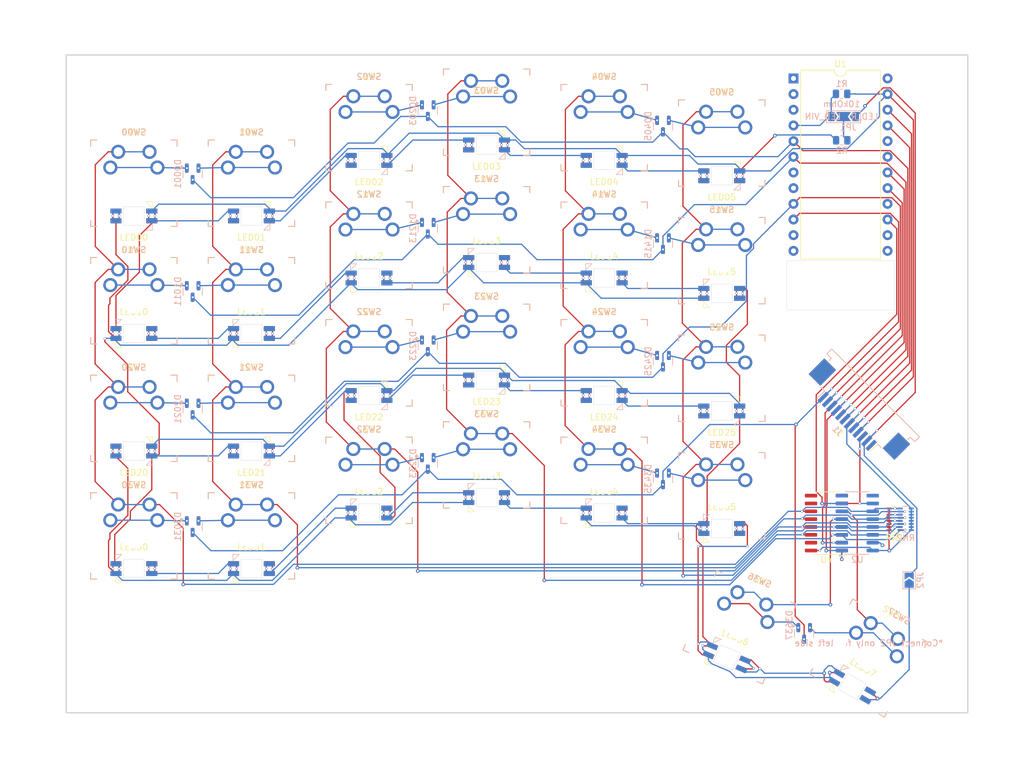
<source format=kicad_pcb>
(kicad_pcb (version 20240108) (generator "pcbnew") (generator_version "8.0")
  (layers (0 "F.Cu" signal) (31 "B.Cu" signal) (34 "B.Paste" user) (35 "F.Paste" user) (36 "B.SilkS" user "B.Silkscreen") (37 "F.SilkS" user "F.Silkscreen") (38 "B.Mask" user) (39 "F.Mask" user) (44 "Edge.Cuts" user))
  (net 0 "")
  (net 1 "ROW0")
  (net 2 "ROW1")
  (net 3 "ROW2")
  (net 4 "ROW3")
  (net 5 "Net-(JP1-C)")
  (net 6 "GND")
  (net 7 "SCK0")
  (net 8 "SCS")
  (net 9 "MISO")
  (net 10 "+3V3")
  (net 11 "DS")
  (net 17 "Net-(D0001-A-Pad2)")
  (net 18 "Net-(D0001-A-Pad1)")
  (net 22 "Net-(D0203-A-Pad1)")
  (net 26 "Net-(D0203-A-Pad2)")
  (net 28 "FT")
  (net 29 "+5V")
  (net 30 "Net-(LED00-DOUT)")
  (net 31 "Net-(LED00-DIN)")
  (net 32 "Net-(LED01-DIN)")
  (net 33 "Net-(D0405-A-Pad2)")
  (net 34 "Net-(D0405-A-Pad1)")
  (net 35 "Net-(D1011-A-Pad1)")
  (net 36 "Net-(D1011-A-Pad2)")
  (net 37 "Net-(D1213-A-Pad2)")
  (net 38 "Net-(D1213-A-Pad1)")
  (net 39 "Net-(D1415-A-Pad2)")
  (net 40 "Net-(D1415-A-Pad1)")
  (net 41 "Net-(D2021-A-Pad2)")
  (net 42 "Net-(D2021-A-Pad1)")
  (net 43 "Net-(D2223-A-Pad2)")
  (net 44 "Net-(D2223-A-Pad1)")
  (net 45 "Net-(D2425-A-Pad1)")
  (net 46 "Net-(D2425-A-Pad2)")
  (net 47 "Net-(D3031-A-Pad1)")
  (net 48 "Net-(D3031-A-Pad2)")
  (net 49 "Net-(D3233-A-Pad1)")
  (net 50 "Net-(D3233-A-Pad2)")
  (net 51 "Net-(D3435-A-Pad2)")
  (net 52 "Net-(D3435-A-Pad1)")
  (net 53 "Net-(LED02-DIN)")
  (net 54 "Net-(LED03-DIN)")
  (net 55 "Net-(LED04-DIN)")
  (net 56 "Net-(LED12-DOUT)")
  (net 57 "Net-(LED20-DIN)")
  (net 58 "Net-(LED21-DIN)")
  (net 59 "Net-(LED22-DIN)")
  (net 60 "Net-(LED23-DIN)")
  (net 61 "Net-(LED24-DIN)")
  (net 62 "Net-(LED10-DOUT)")
  (net 63 "Net-(LED11-DOUT)")
  (net 64 "Net-(LED13-DOUT)")
  (net 65 "Net-(LED14-DOUT)")
  (net 66 "Net-(LED15-DOUT)")
  (net 67 "Net-(LED30-DOUT)")
  (net 68 "Net-(LED31-DOUT)")
  (net 69 "Net-(LED20-DOUT)")
  (net 70 "Net-(LED32-DOUT)")
  (net 71 "Net-(LED33-DOUT)")
  (net 72 "Net-(LED34-DOUT)")
  (net 73 "COL4")
  (net 74 "COL7")
  (net 75 "COL2")
  (net 76 "COL1")
  (net 77 "COL3")
  (net 78 "COL0")
  (net 79 "COL5")
  (net 80 "COL6")
  (net 84 "Net-(D3637-A-Pad2)")
  (net 85 "Net-(D3637-A-Pad1)")
  (net 86 "LED_R")
  (net 87 "Net-(LED35-DOUT)")
  (net 88 "Net-(LED36-DOUT)")
  (net 89 "Net-(JP2-A)")
  (net 90 "Net-(LED05-DIN)")
  (footprint "keyswitches:LED_SK6812MINI_E_REVERSIBLE" (layer "F.Cu") (at 155.25 115.95)
    (property "Reference" "LED35")
    (property "Value" "SK6812MINI")
    (fp_rect (start -1.7 -1.5) (end 1.7 1.5) (stroke (width 0.05)) (fill none) (layer "Edge.Cuts"))
  )
  (footprint "keyswitches:LED_SK6812MINI_E_REVERSIBLE" (layer "F.Cu") (at 79.05 65.3 180)
    (property "Reference" "LED01")
    (property "Value" "SK6812MINI")
    (fp_rect (start -1.7 -1.5) (end 1.7 1.5) (stroke (width 0.05)) (fill none) (layer "Edge.Cuts"))
  )
  (footprint "keyswitches:SW_MX_1905_reversible" (layer "F.Cu") (at 136.2 51)
    (property "Reference" "SW04")
    (property "Value" "SW_Push")
  )
  (footprint "keyswitches:LED_SK6812MINI_E_REVERSIBLE" (layer "F.Cu") (at 136.2 56.3 180)
    (property "Reference" "LED04")
    (property "Value" "SK6812MINI")
    (fp_rect (start -1.7 -1.5) (end 1.7 1.5) (stroke (width 0.05)) (fill none) (layer "Edge.Cuts"))
  )
  (footprint "keyswitches:LED_SK6812MINI_E_REVERSIBLE" (layer "F.Cu") (at 60 122.45)
    (property "Reference" "LED30")
    (property "Value" "SK6812MINI")
    (fp_rect (start -1.7 -1.5) (end 1.7 1.5) (stroke (width 0.05)) (fill none) (layer "Edge.Cuts"))
  )
  (footprint "keyswitches:LED_SK6812MINI_E_REVERSIBLE" (layer "F.Cu") (at 60 103.399999 180)
    (property "Reference" "LED20")
    (property "Value" "SK6812MINI")
    (fp_rect (start -1.7 -1.5) (end 1.7 1.5) (stroke (width 0.05)) (fill none) (layer "Edge.Cuts"))
  )
  (footprint "keyswitches:SW_MX_1905_reversible" (layer "F.Cu") (at 155.25 53.5)
    (property "Reference" "SW05")
    (property "Value" "SW_Push")
  )
  (footprint "Package_SO:SOP-16_3.9x9.9mm_P1.27mm" (layer "F.Cu") (at 172.215 115.07 180)
    (property "Reference" "U4")
    (property "Value" "74HC165")
  )
  (footprint "keyswitches:SW_MX_1905_reversible" (layer "F.Cu") (at 117.15 67.55)
    (property "Reference" "SW13")
    (property "Value" "SW_Push")
  )
  (footprint "keyswitches:SW_MX_1905_reversible" (layer "F.Cu") (at 117.15 105.65)
    (property "Reference" "SW33")
    (property "Value" "SW_Push")
  )
  (footprint "Connector_FFC-FPC:TE_1-84952-2_1x12-1MP_P1.0mm_Horizontal" (layer "F.Cu") (at 176.84623 97.310443 135)
    (property "Reference" "J2")
    (property "Value" "Conn_01x12_MountingPin" (hide yes))
  )
  (footprint "keyswitches:SW_MX_1905_reversible" (layer "F.Cu") (at 179.05 136.95 -30)
    (property "Reference" "SW37")
    (property "Value" "SW_Push")
  )
  (footprint "keyswitches:SW_MX_1905_reversible" (layer "F.Cu") (at 155.25 72.55)
    (property "Reference" "SW15")
    (property "Value" "SW_Push")
  )
  (footprint "keyswitches:LED_SK6812MINI_E_REVERSIBLE" (layer "F.Cu") (at 117.15 72.85)
    (property "Reference" "LED13")
    (property "Value" "SK6812MINI")
    (fp_rect (start -1.7 -1.5) (end 1.7 1.5) (stroke (width 0.05)) (fill none) (layer "Edge.Cuts"))
  )
  (footprint "keyswitches:SW_MX_1905_reversible" (layer "F.Cu") (at 136.2 70.05)
    (property "Reference" "SW14")
    (property "Value" "SW_Push")
  )
  (footprint "keyswitches:SW_MX_1905_reversible" (layer "F.Cu") (at 79.05 117.15)
    (property "Reference" "SW31")
    (property "Value" "SW_Push")
  )
  (footprint "keyswitches:SW_MX_1905_reversible" (layer "F.Cu") (at 117.15 48.5)
    (property "Reference" "SW03")
    (property "Value" "SW_Push")
  )
  (footprint "Package_DIP:DIP-24_W15.24mm" (layer "F.Cu") (at 166.875 43.025)
    (property "Reference" "U1")
    (property "Value" "CH582")
  )
  (footprint "keyswitches:LED_SK6812MINI_E_REVERSIBLE" (layer "F.Cu") (at 98.1 113.45)
    (property "Reference" "LED32")
    (property "Value" "SK6812MINI")
    (fp_rect (start -1.7 -1.5) (end 1.7 1.5) (stroke (width 0.05)) (fill none) (layer "Edge.Cuts"))
  )
  (footprint "keyswitches:LED_SK6812MINI_E_REVERSIBLE" (layer "F.Cu") (at 79.05 103.399999 180)
    (property "Reference" "LED21")
    (property "Value" "SK6812MINI")
    (fp_rect (start -1.7 -1.5) (end 1.7 1.5) (stroke (width 0.05)) (fill none) (layer "Edge.Cuts"))
  )
  (footprint "keyswitches:SW_MX_1905_reversible" (layer "F.Cu") (at 136.2 89.1)
    (property "Reference" "SW24")
    (property "Value" "SW_Push")
  )
  (footprint "keyswitches:LED_SK6812MINI_E_REVERSIBLE" (layer "F.Cu") (at 176.4 141.55 -30)
    (property "Reference" "LED37")
    (property "Value" "SK6812MINI")
    (fp_poly (pts (xy -1.7 -1.5) (xy 1.7 -1.5) (xy 1.7 1.5) (xy -1.7 1.5)) (stroke (width 0.05)) (fill none) (layer "Edge.Cuts"))
  )
  (footprint "keyswitches:SW_MX_1905_reversible" (layer "F.Cu") (at 79.05 98.1)
    (property "Reference" "SW21")
    (property "Value" "SW_Push")
  )
  (footprint "keyswitches:LED_SK6812MINI_E_REVERSIBLE" (layer "F.Cu") (at 117.15 91.899999 180)
    (property "Reference" "LED23")
    (property "Value" "SK6812MINI")
    (fp_rect (start -1.7 -1.5) (end 1.7 1.5) (stroke (width 0.05)) (fill none) (layer "Edge.Cuts"))
  )
  (footprint "Resistor_SMD:R_Array_Convex_8x0602" (layer "F.Cu") (at 183.26 114.46 180)
    (property "Reference" "RN1")
    (property "Value" "R_Pack08")
  )
  (footprint "keyswitches:SW_MX_1905_reversible" (layer "F.Cu") (at 136.2 108.15)
    (property "Reference" "SW34")
    (property "Value" "SW_Push")
  )
  (footprint "keyswitches:LED_SK6812MINI_E_REVERSIBLE" (layer "F.Cu") (at 79.05 122.45)
    (property "Reference" "LED31")
    (property "Value" "SK6812MINI")
    (fp_rect (start -1.7 -1.5) (end 1.7 1.5) (stroke (width 0.05)) (fill none) (layer "Edge.Cuts"))
  )
  (footprint "keyswitches:SW_MX_1905_reversible" (layer "F.Cu") (at 79.05 79.05)
    (property "Reference" "SW11")
    (property "Value" "SW_Push")
  )
  (footprint "keyswitches:LED_SK6812MINI_E_REVERSIBLE" (layer "F.Cu") (at 136.2 94.399999 180)
    (property "Reference" "LED24")
    (property "Value" "SK6812MINI")
    (fp_rect (start -1.7 -1.5) (end 1.7 1.5) (stroke (width 0.05)) (fill none) (layer "Edge.Cuts"))
  )
  (footprint "keyswitches:LED_SK6812MINI_E_REVERSIBLE" (layer "F.Cu") (at 155.25 96.899999 180)
    (property "Reference" "LED25")
    (property "Value" "SK6812MINI")
    (fp_rect (start -1.7 -1.5) (end 1.7 1.5) (stroke (width 0.05)) (fill none) (layer "Edge.Cuts"))
  )
  (footprint "keyswitches:LED_SK6812MINI_E_REVERSIBLE" (layer "F.Cu") (at 117.15 53.8 180)
    (property "Reference" "LED03")
    (property "Value" "SK6812MINI")
    (fp_rect (start -1.7 -1.5) (end 1.7 1.5) (stroke (width 0.05)) (fill none) (layer "Edge.Cuts"))
  )
  (footprint "keyswitches:LED_SK6812MINI_E_REVERSIBLE" (layer "F.Cu") (at 117.15 110.95)
    (property "Reference" "LED33")
    (property "Value" "SK6812MINI")
    (fp_rect (start -1.7 -1.5) (end 1.7 1.5) (stroke (width 0.05)) (fill none) (layer "Edge.Cuts"))
  )
  (footprint "keyswitches:LED_SK6812MINI_E_REVERSIBLE" (layer "F.Cu") (at 156.07 136.837746 -23)
    (property "Reference" "LED36")
    (property "Value" "SK6812MINI")
    (fp_poly (pts (xy -1.7 -1.5) (xy 1.7 -1.5) (xy 1.7 1.5) (xy -1.7 1.5)) (stroke (width 0.05)) (fill none) (layer "Edge.Cuts"))
  )
  (footprint "keyswitches:SW_MX_1905_reversible" (layer "F.Cu") (at 60 117.15)
    (property "Reference" "SW30")
    (property "Value" "SW_Push")
  )
  (footprint "keyswitches:SW_MX_1905_reversible" (layer "F.Cu") (at 60 60)
    (property "Reference" "SW00")
    (property "Value" "SW_Push")
  )
  (footprint "keyswitches:SW_MX_1905_reversible" (layer "F.Cu") (at 155.25 110.65)
    (property "Reference" "SW35")
    (property "Value" "SW_Push")
  )
  (footprint "keyswitches:LED_SK6812MINI_E_REVERSIBLE" (layer "F.Cu") (at 136.2 75.35)
    (property "Reference" "LED14")
    (property "Value" "SK6812MINI")
    (fp_rect (start -1.7 -1.5) (end 1.7 1.5) (stroke (width 0.05)) (fill none) (layer "Edge.Cuts"))
  )
  (footprint "keyswitches:LED_SK6812MINI_E_REVERSIBLE" (layer "F.Cu") (at 98.1 94.399999 180)
    (property "Reference" "LED22")
    (property "Value" "SK6812MINI")
    (fp_rect (start -1.7 -1.5) (end 1.7 1.5) (stroke (width 0.05)) (fill none) (layer "Edge.Cuts"))
  )
  (footprint "keyswitches:LED_SK6812MINI_E_REVERSIBLE" (layer "F.Cu") (at 60 84.35)
    (property "Reference" "LED10")
    (property "Value" "SK6812MINI")
    (fp_rect (start -1.7 -1.5) (end 1.7 1.5) (stroke (width 0.05)) (fill none) (layer "Edge.Cuts"))
  )
  (footprint "keyswitches:SW_MX_1905_reversible" (layer "F.Cu") (at 117.15 86.6)
    (property "Reference" "SW23")
    (property "Value" "SW_Push")
  )
  (footprint "keyswitches:SW_MX_1905_reversible" (layer "F.Cu") (at 60 98.1)
    (property "Reference" "SW20")
    (property "Value" "SW_Push")
  )
  (footprint "keyswitches:SW_MX_1905_reversible" (layer "F.Cu") (at 98.1 70.05)
    (property "Reference" "SW12")
    (property "Value" "SW_Push")
  )
  (footprint "keyswitches:LED_SK6812MINI_E_REVERSIBLE" (layer "F.Cu") (at 98.1 75.35)
    (property "Reference" "LED12")
    (property "Value" "SK6812MINI")
    (fp_rect (start -1.7 -1.5) (end 1.7 1.5) (stroke (width 0.05)) (fill none) (layer "Edge.Cuts"))
  )
  (footprint "keyswitches:LED_SK6812MINI_E_REVERSIBLE" (layer "F.Cu") (at 98.1 56.3 180)
    (property "Reference" "LED02")
    (property "Value" "SK6812MINI")
    (fp_rect (start -1.7 -1.5) (end 1.7 1.5) (stroke (width 0.05)) (fill none) (layer "Edge.Cuts"))
  )
  (footprint "keyswitches:SW_MX_1905_reversible" (layer "F.Cu") (at 98.1 51)
    (property "Reference" "SW02")
    (property "Value" "SW_Push")
  )
  (footprint "keyswitches:LED_SK6812MINI_E_REVERSIBLE" (layer "F.Cu") (at 136.2 113.45)
    (property "Reference" "LED34")
    (property "Value" "SK6812MINI")
    (fp_rect (start -1.7 -1.5) (end 1.7 1.5) (stroke (width 0.05)) (fill none) (layer "Edge.Cuts"))
  )
  (footprint "keyswitches:LED_SK6812MINI_E_REVERSIBLE" (layer "F.Cu") (at 60 65.3 180)
    (property "Reference" "LED00")
    (property "Value" "SK6812MINI")
    (fp_rect (start -1.7 -1.5) (end 1.7 1.5) (stroke (width 0.05)) (fill none) (layer "Edge.Cuts"))
  )
  (footprint "keyswitches:LED_SK6812MINI_E_REVERSIBLE" (layer "F.Cu") (at 155.25 77.85)
    (property "Reference" "LED15")
    (property "Value" "SK6812MINI")
    (fp_rect (start -1.7 -1.5) (end 1.7 1.5) (stroke (width 0.05)) (fill none) (layer "Edge.Cuts"))
  )
  (footprint "keyswitches:LED_SK6812MINI_E_REVERSIBLE" (layer "F.Cu") (at 79.05 84.35)
    (property "Reference" "LED11")
    (property "Value" "SK6812MINI")
    (fp_rect (start -1.7 -1.5) (end 1.7 1.5) (stroke (width 0.05)) (fill none) (layer "Edge.Cuts"))
  )
  (footprint "keyswitches:SW_MX_1905_reversible" (layer "F.Cu") (at 79.05 60)
    (property "Reference" "SW01")
    (property "Value" "SW_Push")
  )
  (footprint "keyswitches:SW_MX_1905_reversible" (layer "F.Cu") (at 155.25 91.6)
    (property "Reference" "SW25")
    (property "Value" "SW_Push")
  )
  (footprint "keyswitches:LED_SK6812MINI_E_REVERSIBLE" (layer "F.Cu") (at 155.25 58.8 180)
    (property "Reference" "LED05")
    (property "Value" "SK6812MINI")
    (fp_rect (start -1.7 -1.5) (end 1.7 1.5) (stroke (width 0.05)) (fill none) (layer "Edge.Cuts"))
  )
  (footprint "keyswitches:SW_MX_1905_reversible" (layer "F.Cu") (at 60 79.05)
    (property "Reference" "SW10")
    (property "Value" "SW_Push")
  )
  (footprint "keyswitches:SW_MX_1905_reversible" (layer "F.Cu") (at 158.15 131.95 -23)
    (property "Reference" "SW36")
    (property "Value" "SW_Push")
  )
  (footprint "keyswitches:SW_MX_1905_reversible" (layer "F.Cu") (at 98.1 89.1)
    (property "Reference" "SW22")
    (property "Value" "SW_Push")
  )
  (footprint "keyswitches:SW_MX_1905_reversible" (layer "F.Cu") (at 98.1 108.15)
    (property "Reference" "SW32")
    (property "Value" "SW_Push")
  )
  (footprint "Connector_FFC-FPC:TE_1-84952-2_1x12-1MP_P1.0mm_Horizontal" (layer "B.Cu") (at 176.84623 97.310443 -45)
    (property "Reference" "J1")
    (property "Value" "Conn_01x12_MountingPin" (hide yes))
  )
  (footprint "keyswitches:BAV70_SOT-23_Reversible" (layer "B.Cu") (at 145.725 88.85 -90)
    (property "Reference" "D2425")
    (property "Value" "BAV70")
  )
  (footprint "Package_SO:SOP-16_3.9x9.9mm_P1.27mm" (layer "B.Cu") (at 177.215 115.07)
    (property "Reference" "U2")
    (property "Value" "74HC165")
  )
  (footprint "keyswitches:BAV70_SOT-23_Reversible" (layer "B.Cu") (at 69.525 58.5 -90)
    (property "Reference" "D0001")
    (property "Value" "BAV70")
  )
  (footprint "keyswitches:BAV70_SOT-23_Reversible" (layer "B.Cu") (at 145.725 107.9 -90)
    (property "Reference" "D3435")
    (property "Value" "BAV70")
  )
  (footprint "keyswitches:BAV70_SOT-23_Reversible" (layer "B.Cu") (at 145.725 50.75 -90)
    (property "Reference" "D0405")
    (property "Value" "BAV70")
  )
  (footprint "keyswitches:BAV70_SOT-23_Reversible" (layer "B.Cu") (at 145.725 69.8 -90)
    (property "Reference" "D1415")
    (property "Value" "BAV70")
  )
  (footprint "Resistor_SMD:R_0805_2012Metric" (layer "B.Cu") (at 174.67 45.53 180)
    (property "Reference" "R1")
    (property "Value" "10kOhm")
  )
  (footprint "Jumper:SolderJumper-2_P1.3mm_Open_TrianglePad1.0x1.5mm" (layer "B.Cu") (at 185.62 124.33 90)
    (property "Reference" "JP2")
    (property "Value" "SolderJumper_2_Open")
  )
  (footprint "keyswitches:BAV70_SOT-23_Reversible" (layer "B.Cu") (at 69.525 115.65 -90)
    (property "Reference" "D3031")
    (property "Value" "BAV70")
  )
  (footprint "keyswitches:BAV70_SOT-23_Reversible" (layer "B.Cu") (at 107.625 105.4 -90)
    (property "Reference" "D3233")
    (property "Value" "BAV70")
  )
  (footprint "keyswitches:BAV70_SOT-23_Reversible" (layer "B.Cu") (at 69.525 77.55 -90)
    (property "Reference" "D1011")
    (property "Value" "BAV70")
  )
  (footprint "Resistor_SMD:R_Array_Convex_8x0602" (layer "B.Cu") (at 185.06 114.46)
    (property "Reference" "RN2")
    (property "Value" "R_Pack08")
  )
  (footprint "keyswitches:BAV70_SOT-23_Reversible" (layer "B.Cu") (at 107.625 48.25 -90)
    (property "Reference" "D0203")
    (property "Value" "BAV70")
  )
  (footprint "keyswitches:BAV70_SOT-23_Reversible" (layer "B.Cu") (at 168.6 132.95 -90)
    (property "Reference" "D3637")
    (property "Value" "BAV70")
  )
  (footprint "keyswitches:BAV70_SOT-23_Reversible" (layer "B.Cu") (at 107.625 67.3 -90)
    (property "Reference" "D1213")
    (property "Value" "BAV70")
  )
  (footprint "keyswitches:BAV70_SOT-23_Reversible" (layer "B.Cu") (at 107.625 86.35 -90)
    (property "Reference" "D2223")
    (property "Value" "BAV70")
  )
  (footprint "keyswitches:BAV70_SOT-23_Reversible" (layer "B.Cu") (at 69.525 96.6 -90)
    (property "Reference" "D2021")
    (property "Value" "BAV70")
  )
  (footprint "Jumper:SolderJumper-3_P2.0mm_Open_TrianglePad1.0x1.5mm_NumberLabels" (layer "B.Cu") (at 174.9875 49.205)
    (property "Reference" "JP1")
    (property "Value" "SolderJumper_3_Open")
  )
  (footprint "Resistor_SMD:R_0805_2012Metric" (layer "B.Cu") (at 174.6875 53.05)
    (property "Reference" "R2")
    (property "Value" "500Ohm")
  )
  (gr_rect (start 165.8 72.55) (end 183.2 80.55) (stroke (width 0.05)) (fill none) (layer "Edge.Cuts"))
  (gr_rect (start 49.04 39.23) (end 195.11 145.81) (stroke (width 0.2)) (fill none) (layer "Edge.Cuts"))
  (gr_text "*Connect JP2 only for left side" (at 191.2 135.1 0) (layer "B.SilkS") (effects (font (size 1 1)) (justify left bottom mirror)))
  (segment (start 168.415 54.725) (end 182.529214 54.725) (width 0.2) (layer "F.Cu") (net 1))
  (segment (start 182.529214 54.725) (end 185.4 57.595786) (width 0.2) (layer "F.Cu") (net 1))
  (segment (start 185.4 88.049566) (end 175.219884 98.229682) (width 0.2) (layer "F.Cu") (net 1))
  (segment (start 166.875 53.185) (end 168.415 54.725) (width 0.2) (layer "F.Cu") (net 1))
  (segment (start 185.4 57.595786) (end 185.4 88.049566) (width 0.2) (layer "F.Cu") (net 1))
  (via (at 176.84 96.55) (size 0.4) (drill 0.3) (layers "F.Cu" "B.Cu") (net 1))
  (segment (start 150.9439 55.6939) (end 149.7 54.45) (width 0.2) (layer "B.Cu") (net 1))
  (segment (start 94.7 53.5) (end 85.8561 62.3439) (width 0.2) (layer "B.Cu") (net 1))
  (segment (start 148.4875 54.45) (end 145.725 51.6875) (width 0.2) (layer "B.Cu") (net 1))
  (segment (start 103.223211 49.1875) (end 103.223211 49.191564) (width 0.2) (layer "B.Cu") (net 1))
  (segment (start 72.4314 62.3439) (end 69.525 59.4375) (width 0.2) (layer "B.Cu") (net 1))
  (segment (start 149.7 54.45) (end 148.4875 54.45) (width 0.2) (layer "B.Cu") (net 1))
  (segment (start 176.84 96.609566) (end 175.219884 98.229682) (width 0.2) (layer "B.Cu") (net 1))
  (segment (start 166.875 53.185) (end 164.3661 55.6939) (width 0.2) (layer "B.Cu") (net 1))
  (segment (start 145.725 51.6875) (end 144.0686 53.3439) (width 0.2) (layer "B.Cu") (net 1))
  (segment (start 120.2639 50.8439) (end 109.2814 50.8439) (width 0.2) (layer "B.Cu") (net 1))
  (segment (start 122.7639 53.3439) (end 120.2639 50.8439) (width 0.2) (layer "B.Cu") (net 1))
  (segment (start 176.84 96.55) (end 176.84 96.609566) (width 0.2) (layer "B.Cu") (net 1))
  (segment (start 107.625 49.1875) (end 103.223211 49.1875) (width 0.2) (layer "B.Cu") (net 1))
  (segment (start 98.914775 53.5) (end 94.7 53.5) (width 0.2) (layer "B.Cu") (net 1))
  (segment (start 103.223211 49.191564) (end 98.914775 53.5) (width 0.2) (layer "B.Cu") (net 1))
  (segment (start 85.8561 62.3439) (end 72.4314 62.3439) (width 0.2) (layer "B.Cu") (net 1))
  (segment (start 164.3661 55.6939) (end 150.9439 55.6939) (width 0.2) (layer "B.Cu") (net 1))
  (segment (start 144.0686 53.3439) (end 122.7639 53.3439) (width 0.2) (layer "B.Cu") (net 1))
  (segment (start 109.2814 50.8439) (end 107.625 49.1875) (width 0.2) (layer "B.Cu") (net 1))
  (segment (start 174.54623 97.560443) (end 185.1 87.006673) (width 0.2) (layer "F.Cu") (net 2))
  (segment (start 185.1 59.835786) (end 182.014214 56.75) (width 0.2) (layer "F.Cu") (net 2))
  (segment (start 167.9 56.75) (end 166.875 55.725) (width 0.2) (layer "F.Cu") (net 2))
  (segment (start 185.1 87.006673) (end 185.1 59.835786) (width 0.2) (layer "F.Cu") (net 2))
  (segment (start 182.014214 56.75) (end 167.9 56.75) (width 0.2) (layer "F.Cu") (net 2))
  (via (at 176.19 95.9) (size 0.4) (drill 0.3) (layers "F.Cu" "B.Cu") (net 2))
  (segment (start 72.42 81.3825) (end 69.525 78.4875) (width 0.2) (layer "B.Cu") (net 2))
  (segment (start 122.808675 69.8939) (end 109.2814 69.8939) (width 0.2) (layer "B.Cu") (net 2))
  (segment (start 103.4686 72.3939) (end 95.7061 72.3939) (width 0.2) (layer "B.Cu") (net 2))
  (segment (start 109.2814 69.8939) (end 107.625 68.2375) (width 0.2) (layer "B.Cu") (net 2))
  (segment (start 176.19 95.9) (end 176.19 95.92) (width 0.2) (layer "B.Cu") (net 2))
  (segment (start 145.725 70.7375) (end 144.0686 72.3939) (width 0.2) (layer "B.Cu") (net 2))
  (segment (start 159.133 63.467) (end 150.83387 63.467) (width 0.2) (layer "B.Cu") (net 2))
  (segment (start 107.625 68.2375) (end 103.4686 72.3939) (width 0.2) (layer "B.Cu") (net 2))
  (segment (start 166.875 55.725) (end 159.133 63.467) (width 0.2) (layer "B.Cu") (net 2))
  (segment (start 125.308675 72.3939) (end 122.808675 69.8939) (width 0.2) (layer "B.Cu") (net 2))
  (segment (start 86.7061 81.3939) (end 72.42 81.3939) (width 0.2) (layer "B.Cu") (net 2))
  (segment (start 176.19 95.92) (end 174.587425 97.522575) (width 0.2) (layer "B.Cu") (net 2))
  (segment (start 145.725 68.57587) (end 145.725 70.7375) (width 0.2) (layer "B.Cu") (net 2))
  (segment (start 144.0686 72.3939) (end 125.308675 72.3939) (width 0.2) (layer "B.Cu") (net 2))
  (segment (start 72.42 81.3939) (end 72.42 81.3825) (width 0.2) (layer "B.Cu") (net 2))
  (segment (start 95.7061 72.3939) (end 86.7061 81.3939) (width 0.2) (layer "B.Cu") (net 2))
  (segment (start 150.83387 63.467) (end 145.725 68.57587) (width 0.2) (layer "B.Cu") (net 2))
  (segment (start 174.587425 97.522575) (end 174.512778 97.522575) (width 0.2) (layer "B.Cu") (net 2))
  (segment (start 172.391457 95.401255) (end 184.2 83.592712) (width 0.2) (layer "F.Cu") (net 3))
  (segment (start 182.81 62.345) (end 167.875 62.345) (width 0.2) (layer "F.Cu") (net 3))
  (segment (start 184.2 83.592712) (end 184.2 63.735) (width 0.2) (layer "F.Cu") (net 3))
  (segment (start 184.2 63.735) (end 182.81 62.345) (width 0.2) (layer "F.Cu") (net 3))
  (segment (start 167.875 62.345) (end 166.875 63.345) (width 0.2) (layer "F.Cu") (net 3))
  (via (at 173.826356 93.966356) (size 0.4) (drill 0.3) (layers "F.Cu" "B.Cu") (net 3))
  (segment (start 109.5275 89.19) (end 107.625 87.2875) (width 0.2) (layer "B.Cu") (net 3))
  (segment (start 72.4314 100.4439) (end 69.525 97.5375) (width 0.2) (layer "B.Cu") (net 3))
  (segment (start 166.875 63.345) (end 160.403 69.817) (width 0.2) (layer "B.Cu") (net 3))
  (segment (start 145.725 89.7875) (end 144.0686 91.4439) (width 0.2) (layer "B.Cu") (net 3))
  (segment (start 120.19 89.19) (end 109.5275 89.19) (width 0.2) (layer "B.Cu") (net 3))
  (segment (start 122.4439 91.4439) (end 120.19 89.19) (width 0.2) (layer "B.Cu") (net 3))
  (segment (start 159.25 79.08708) (end 155.03708 83.3) (width 0.2) (layer "B.Cu") (net 3))
  (segment (start 145.725 87.62587) (end 145.725 89.7875) (width 0.2) (layer "B.Cu") (net 3))
  (segment (start 102.8125 92.1) (end 94.1 92.1) (width 0.2) (layer "B.Cu") (net 3))
  (segment (start 160.403 69.817) (end 160.403 70.566289) (width 0.2) (layer "B.Cu") (net 3))
  (segment (start 173.826356 93.966356) (end 172.391457 95.401255) (width 0.2) (layer "B.Cu") (net 3))
  (segment (start 94.1 92.1) (end 85.7561 100.4439) (width 0.2) (layer "B.Cu") (net 3))
  (segment (start 144.0686 91.4439) (end 122.4439 91.4439) (width 0.2) (layer "B.Cu") (net 3))
  (segment (start 107.625 87.2875) (end 102.8125 92.1) (width 0.2) (layer "B.Cu") (net 3))
  (segment (start 85.7561 100.4439) (end 72.4314 100.4439) (width 0.2) (layer "B.Cu") (net 3))
  (segment (start 159.25 71.72) (end 159.25 79.08708) (width 0.2) (layer "B.Cu") (net 3))
  (segment (start 160.403 70.566289) (end 159.31 71.659289) (width 0.2) (layer "B.Cu") (net 3))
  (segment (start 159.31 71.659289) (end 159.31 71.66) (width 0.2) (layer "B.Cu") (net 3))
  (segment (start 159.31 71.66) (end 159.25 71.72) (width 0.2) (layer "B.Cu") (net 3))
  (segment (start 155.03708 83.3) (end 150.05087 83.3) (width 0.2) (layer "B.Cu") (net 3))
  (segment (start 150.05087 83.3) (end 145.725 87.62587) (width 0.2) (layer "B.Cu") (net 3))
  (segment (start 183.9 82.478498) (end 171.68435 94.694148) (width 0.2) (layer "F.Cu") (net 4))
  (segment (start 167.15 130.15) (end 167.15 99.228498) (width 0.2) (layer "F.Cu") (net 4))
  (segment (start 166.875 65.885) (end 167.875 64.885) (width 0.2) (layer "F.Cu") (net 4))
  (segment (start 168.6 133.8875) (end 168.6 131.6) (width 0.2) (layer "F.Cu") (net 4))
  (segment (start 167.15 99.228498) (end 167.278498 99.1) (width 0.2) (layer "F.Cu") (net 4))
  (segment (start 167.875 64.885) (end 182.529214 64.885) (width 0.2) (layer "F.Cu") (net 4))
  (segment (start 183.9 66.255786) (end 183.9 82.478498) (width 0.2) (layer "F.Cu") (net 4))
  (segment (start 168.6 131.6) (end 167.15 130.15) (width 0.2) (layer "F.Cu") (net 4))
  (segment (start 182.529214 64.885) (end 183.9 66.255786) (width 0.2) (layer "F.Cu") (net 4))
  (via (at 173.054249 93.324249) (size 0.4) (drill 0.3) (layers "F.Cu" "B.Cu") (net 4))
  (via (at 167.278498 99.1) (size 0.6) (drill 0.3) (layers "F.Cu" "B.Cu") (net 4))
  (segment (start 119.5724 107.9939) (end 109.2814 107.9939) (width 0.2) (layer "B.Cu") (net 4))
  (segment (start 103.4686 110.4939) (end 93.1561 110.4939) (width 0.2) (layer "B.Cu") (net 4))
  (segment (start 153.30087 99.1) (end 167.278498 99.1) (width 0.2) (layer "B.Cu") (net 4))
  (segment (start 167.278498 99.1) (end 171.68435 94.694148) (width 0.2) (layer "B.Cu") (net 4))
  (segment (start 93.1561 110.4939) (end 84.1 119.55) (width 0.2) (layer "B.Cu") (net 4))
  (segment (start 145.725 108.8375) (end 145.725 106.67587) (width 0.2) (layer "B.Cu") (net 4))
  (segment (start 72.4875 119.55) (end 69.525 116.5875) (width 0.2) (layer "B.Cu") (net 4))
  (segment (start 144.0686 110.4939) (end 122.0724 110.4939) (width 0.2) (layer "B.Cu") (net 4))
  (segment (start 173.054249 93.324249) (end 171.68435 94.694148) (width 0.2) (layer "B.Cu") (net 4))
  (segment (start 107.625 106.3375) (end 103.4686 110.4939) (width 0.2) (layer "B.Cu") (net 4))
  (segment (start 109.2814 107.9939) (end 107.625 106.3375) (width 0.2) (layer "B.Cu") (net 4))
  (segment (start 145.725 108.8375) (end 144.0686 110.4939) (width 0.2) (layer "B.Cu") (net 4))
  (segment (start 122.0724 110.4939) (end 119.5724 107.9939) (width 0.2) (layer "B.Cu") (net 4))
  (segment (start 145.725 106.67587) (end 153.30087 99.1) (width 0.2) (layer "B.Cu") (net 4))
  (segment (start 84.1 119.55) (end 72.4875 119.55) (width 0.2) (layer "B.Cu") (net 4))
  (segment (start 174.9875 49.205) (end 174.9875 52.4375) (width 0.2) (layer "B.Cu") (net 5))
  (segment (start 174.9875 52.4375) (end 175.6 53.05) (width 0.2) (layer "B.Cu") (net 5))
  (segment (start 157.65 78.64) (end 157.65 77.85) (width 0.2) (layer "F.Cu") (net 6))
  (segment (start 102.3 113.84) (end 102.3 109.274264) (width 0.2) (layer "F.Cu") (net 6))
  (segment (start 114.75 91.11) (end 114.75 91.9) (width 0.2) (layer "F.Cu") (net 6))
  (segment (start 76.65 102.61) (end 76.65 103.4) (width 0.2) (layer "F.Cu") (net 6))
  (segment (start 100.5 76.14) (end 100.5 75.35) (width 0.2) (layer "F.Cu") (net 6))
  (segment (start 62.4 123.24) (end 62.4 122.45) (width 0.2) (layer "F.Cu") (net 6))
  (segment (start 152.85 96.11) (end 152.85 96.9) (width 0.2) (layer "F.Cu") (net 6))
  (segment (start 94.3 93.609999) (end 95.2 93.609999) (width 0.2) (layer "F.Cu") (net 6))
  (segment (start 119.55 111.74) (end 119.55 110.95) (width 0.2) (layer "F.Cu") (net 6))
  (segment (start 182.115 48.105) (end 186 51.99) (width 0.2) (layer "F.Cu") (net 6))
  (segment (start 95.7 93.61) (end 95.7 94.4) (width 0.2) (layer "F.Cu") (net 6))
  (segment (start 160.311935 138.698065) (end 158.430786 138.698065) (width 0.2) (layer "F.Cu") (net 6))
  (segment (start 99.9 104.229289) (end 94.05 98.379289) (width 0.2) (layer "F.Cu") (net 6))
  (segment (start 176.634098 99.643895) (end 186 90.277992) (width 0.2) (layer "F.Cu") (net 6))
  (segment (start 57.6 102.61) (end 57.6 103.4) (width 0.2) (layer "F.Cu") (net 6))
  (segment (start 114.75 53.01) (end 114.75 53.8) (width 0.2) (layer "F.Cu") (net 6))
  (segment (start 81.45 123.24) (end 81.45 122.45) (width 0.2) (layer "F.Cu") (net 6))
  (segment (start 102.3 109.274264) (end 99.9 106.874264) (width 0.2) (layer "F.Cu") (net 6))
  (segment (start 94.05 98.379289) (end 94.05 93.859999) (width 0.2) (layer "F.Cu") (net 6))
  (segment (start 101.9 114.24) (end 102.3 113.84) (width 0.2) (layer "F.Cu") (net 6))
  (segment (start 76.65 64.51) (end 76.65 65.3) (width 0.2) (layer "F.Cu") (net 6))
  (segment (start 94.05 93.859999) (end 94.3 93.609999) (width 0.2) (layer "F.Cu") (net 6))
  (segment (start 152.85 58.01) (end 152.85 58.8) (width 0.2) (layer "F.Cu") (net 6))
  (segment (start 119.55 73.64) (end 119.55 72.85) (width 0.2) (layer "F.Cu") (net 6))
  (segment (start 81.45 85.14) (end 81.45 84.35) (width 0.2) (layer "F.Cu") (net 6))
  (segment (start 101 114.24) (end 101.9 114.24) (width 0.2) (layer "F.Cu") (net 6))
  (segment (start 57.6 64.51) (end 57.6 65.3) (width 0.2) (layer "F.Cu") (net 6))
  (segment (start 186 51.99) (end 186 90.277992) (width 0.2) (layer "F.Cu") (net 6))
  (segment (start 160.41 138.6) (end 160.311935 138.698065) (width 0.2) (layer "F.Cu") (net 6))
  (segment (start 157.65 116.74) (end 157.65 115.95) (width 0.2) (layer "F.Cu") (net 6))
  (segment (start 138.6 76.14) (end 138.6 75.35) (width 0.2) (layer "F.Cu") (net 6))
  (segment (start 138.6 114.24) (end 138.6 113.45) (width 0.2) (layer "F.Cu") (net 6))
  (segment (start 99.9 106.874264) (end 99.9 104.229289) (width 0.2) (layer "F.Cu") (net 6))
  (segment (start 100.5 114.24) (end 100.5 113.45) (width 0.2) (layer "F.Cu") (net 6))
  (segment (start 133.8 93.61) (end 133.8 94.4) (width 0.2) (layer "F.Cu") (net 6))
  (segment (start 133.8 55.51) (end 133.8 56.3) (width 0.2) (layer "F.Cu") (net 6))
  (segment (start 62.4 85.14) (end 62.4 84.35) (width 0.2) (layer "F.Cu") (net 6))
  (segment (start 95.7 55.51) (end 95.7 56.3) (width 0.2) (layer "F.Cu") (net 6))
  (via (at 157.65 77.85) (size 0.4) (drill 0.3) (layers "F.Cu" "B.Cu") (net 6))
  (via (at 100.5 75.35) (size 0.4) (drill 0.3) (layers "F.Cu" "B.Cu") (net 6))
  (via (at 119.55 72.85) (size 0.4) (drill 0.3) (layers "F.Cu" "B.Cu") (net 6))
  (via (at 62.4 84.35) (size 0.4) (drill 0.3) (layers "F.Cu" "B.Cu") (net 6))
  (via (at 138.6 75.35) (size 0.4) (drill 0.3) (layers "F.Cu" "B.Cu") (net 6))
  (via (at 133.8 94.4) (size 0.4) (drill 0.3) (layers "F.Cu" "B.Cu") (net 6))
  (via (at 133.8 56.3) (size 0.4) (drill 0.3) (layers "F.Cu" "B.Cu") (net 6))
  (via (at 81.45 122.45) (size 0.4) (drill 0.3) (layers "F.Cu" "B.Cu") (net 6))
  (via (at 62.4 122.45) (size 0.4) (drill 0.3) (layers "F.Cu" "B.Cu") (net 6))
  (via (at 100.5 113.45) (size 0.4) (drill 0.3) (layers "F.Cu" "B.Cu") (net 6))
  (via (at 152.85 58.8) (size 0.4) (drill 0.3) (layers "F.Cu" "B.Cu") (net 6))
  (via (at 181.3 118.67) (size 0.6) (drill 0.3) (layers "F.Cu" "B.Cu") (net 6))
  (via (at 81.45 84.35) (size 0.4) (drill 0.3) (layers "F.Cu" "B.Cu") (net 6))
  (via (at 95.7 56.3) (size 0.4) (drill 0.3) (layers "F.Cu" "B.Cu") (net 6))
  (via (at 178.29 98) (size 0.4) (drill 0.3) (layers "F.Cu" "B.Cu") (net 6))
  (via (at 57.6 65.3) (size 0.4) (drill 0.3) (layers "F.Cu" "B.Cu") (net 6))
  (via (at 95.7 94.4) (size 0.4) (drill 0.3) (layers "F.Cu" "B.Cu") (net 6))
  (via (at 76.65 65.3) (size 0.4) (drill 0.3) (layers "F.Cu" "B.Cu") (net 6))
  (via (at 119.55 110.95) (size 0.4) (drill 0.3) (layers "F.Cu" "B.Cu") (net 6))
  (via (at 76.65 103.4) (size 0.4) (drill 0.3) (layers "F.Cu" "B.Cu") (net 6))
  (via (at 138.6 113.45) (size 0.4) (drill 0.3) (layers "F.Cu" "B.Cu") (net 6))
  (via (at 114.75 91.9) (size 0.4) (drill 0.3) (layers "F.Cu" "B.Cu") (net 6))
  (via (at 57.6 103.4) (size 0.4) (drill 0.3) (layers "F.Cu" "B.Cu") (net 6))
  (via (at 157.65 115.95) (size 0.4) (drill 0.3) (layers "F.Cu" "B.Cu") (net 6))
  (via (at 114.75 53.8) (size 0.4) (drill 0.3) (layers "F.Cu" "B.Cu") (net 6))
  (via (at 152.85 96.9) (size 0.4) (drill 0.3) (layers "F.Cu" "B.Cu") (net 6))
  (via (at 160.41 138.6) (size 0.4) (drill 0.3) (layers "F.Cu" "B.Cu") (net 6))
  (segment (start 178.277993 98) (end 176.634098 99.643895) (width 0.2) (layer "B.Cu") (net 6))
  (segment (start 119.55 72.06) (end 119.55 72.85) (width 0.2) (layer "B.Cu") (net 6))
  (segment (start 152.85 97.69) (end 152.85 96.9) (width 0.2) (layer "B.Cu") (net 6))
  (segment (start 114.75 54.59) (end 114.75 53.8) (width 0.2) (layer "B.Cu") (net 6))
  (segment (start 57.6 104.19) (end 57.6 103.4) (width 0.2) (layer "B.Cu") (net 6))
  (segment (start 157.65 77.06) (end 157.65 77.85) (width 0.2) (layer "B.Cu") (net 6))
  (segment (start 157.65 115.16) (end 157.65 115.95) (width 0.2) (layer "B.Cu") (net 6))
  (segment (start 119.55 110.16) (end 119.55 110.95) (width 0.2) (layer "B.Cu") (net 6))
  (segment (start 76.65 66.09) (end 76.65 65.3) (width 0.2) (layer "B.Cu") (net 6))
  (segment (start 180.875 118.245) (end 181.3 118.67) (width 0.2) (layer "B.Cu") (net 6))
  (segment (start 159.053667 137.243667) (end 160.41 138.6) (width 0.2) (layer "B.Cu") (net 6))
  (segment (start 178.29 98) (end 178.277993 98) (width 0.2) (layer "B.Cu") (net 6))
  (segment (start 95.7 95.19) (end 95.7 94.4) (width 0.2) (layer "B.Cu") (net 6))
  (segment (start 62.4 121.66) (end 62.4 122.45) (width 0.2) (layer "B.Cu") (net 6))
  (segment (start 138.6 112.66) (end 138.6 113.45) (width 0.2) (layer "B.Cu") (net 6))
  (segment (start 179.715 118.245) (end 180.875 118.245) (width 0.2) (layer "B.Cu") (net 6))
  (segment (start 81.45 121.66) (end 81.45 122.45) (width 0.2) (layer "B.Cu") (net 6))
  (segment (start 57.6 66.09) (end 57.6 65.3) (width 0.2) (layer "B.Cu") (net 6))
  (segment (start 133.8 95.19) (end 133.8 94.4) (width 0.2) (layer "B.Cu") (net 6))
  (segment (start 100.5 74.56) (end 100.5 75.35) (width 0.2) (layer "B.Cu") (net 6))
  (segment (start 62.4 83.56) (end 62.4 84.35) (width 0.2) (layer "B.Cu") (net 6))
  (segment (start 138.6 74.56) (end 138.6 75.35) (width 0.2) (layer "B.Cu") (net 6))
  (segment (start 133.8 57.09) (end 133.8 56.3) (width 0.2) (layer "B.Cu") (net 6))
  (segment (start 81.45 83.56) (end 81.45 84.35) (width 0.2) (layer "B.Cu") (net 6))
  (segment (start 76.65 104.19) (end 76.65 103.4) (width 0.2) (layer "B.Cu") (net 6))
  (segment (start 152.85 59.59) (end 152.85 58.8) (width 0.2) (layer "B.Cu") (net 6))
  (segment (start 114.75 92.69) (end 114.75 91.9) (width 0.2) (layer "B.Cu") (net 6))
  (segment (start 95.7 57.09) (end 95.7 56.3) (width 0.2) (layer "B.Cu") (net 6))
  (segment (start 100.5 112.66) (end 100.5 113.45) (width 0.2) (layer "B.Cu") (net 6))
  (segment (start 173.355 118.245) (end 174.715 118.245) (width 0.2) (layer "F.Cu") (net 7))
  (segment (start 171.59 118.26) (end 171.59 112.517107) (width 0.2) (layer "F.Cu") (net 7))
  (segment (start 184.5 84.706925) (end 173.098564 96.108361) (width 0.2) (layer "F.Cu") (net 7))
  (segment (start 172 97.206925) (end 173.098564 96.108361) (width 0.2) (layer "F.Cu") (net 7))
  (segment (start 182.115 60.805) (end 184.5 63.19) (width 0.2) (layer "F.Cu") (net 7))
  (segment (start 172 112.107107) (end 172 97.206925) (width 0.2) (layer "F.Cu") (net 7))
  (segment (start 184.5 63.19) (end 184.5 84.706925) (width 0.2) (layer "F.Cu") (net 7))
  (segment (start 171.59 112.517107) (end 172 112.107107) (width 0.2) (layer "F.Cu") (net 7))
  (via (at 173.355 118.245) (size 0.4) (drill 0.3) (layers "F.Cu" "B.Cu") (net 7))
  (via (at 174.608462 94.598462) (size 0.4) (drill 0.3) (layers "F.Cu" "B.Cu") (net 7))
  (via (at 171.59 118.26) (size 0.6) (drill 0.3) (layers "F.Cu" "B.Cu") (net 7))
  (segment (start 173.098564 96.10836) (end 173.098564 96.108361) (width 0.2) (layer "B.Cu") (net 7))
  (segment (start 171.605 118.245) (end 174.715 118.245) (width 0.2) (layer "B.Cu") (net 7))
  (segment (start 173.355 118.245) (end 174.715 118.245) (width 0.2) (layer "B.Cu") (net 7))
  (segment (start 174.608462 94.598462) (end 173.098564 96.10836) (width 0.2) (layer "B.Cu") (net 7))
  (segment (start 171.59 118.26) (end 171.605 118.245) (width 0.2) (layer "B.Cu") (net 7))
  (segment (start 172.19 118.39) (end 172.18 118.38) (width 0.2) (layer "F.Cu") (net 8))
  (segment (start 184.8 60.95) (end 184.8 85.821139) (width 0.2) (layer "F.Cu") (net 8))
  (segment (start 172.18 112.351371) (end 172.18 118.38) (width 0.2) (layer "F.Cu") (net 8))
  (segment (start 172.3 98.321139) (end 172.3 112.231371) (width 0.2) (layer "F.Cu") (net 8))
  (segment (start 174.715 119.515) (end 174.939996 119.739996) (width 0.2) (layer "F.Cu") (net 8))
  (segment (start 184.8 85.821139) (end 173.805671 96.815468) (width 0.2) (layer "F.Cu") (net 8))
  (segment (start 172.19 119.515) (end 172.19 118.39) (width 0.2) (layer "F.Cu") (net 8))
  (segment (start 172.3 112.231371) (end 172.18 112.351371) (width 0.2) (layer "F.Cu") (net 8))
  (segment (start 174.715 120.915) (end 174.7 120.93) (width 0.2) (layer "F.Cu") (net 8))
  (segment (start 174.715 119.515) (end 174.715 120.915) (width 0.2) (layer "F.Cu") (net 8))
  (segment (start 182.115 58.265) (end 184.8 60.95) (width 0.2) (layer "F.Cu") (net 8))
  (segment (start 173.805671 96.815468) (end 172.3 98.321139) (width 0.2) (layer "F.Cu") (net 8))
  (via (at 175.37057 95.25057) (size 0.4) (drill 0.3) (layers "F.Cu" "B.Cu") (net 8))
  (via (at 174.7 120.93) (size 0.6) (drill 0.3) (layers "F.Cu" "B.Cu") (net 8))
  (via (at 172.19 119.515) (size 0.6) (drill 0.3) (layers "F.Cu" "B.Cu") (net 8))
  (segment (start 175.37057 95.25057) (end 175.370569 95.25057) (width 0.2) (layer "B.Cu") (net 8))
  (segment (start 175.370569 95.25057) (end 173.805671 96.815468) (width 0.2) (layer "B.Cu") (net 8))
  (segment (start 174.7 119.53) (end 174.715 119.515) (width 0.2) (layer "B.Cu") (net 8))
  (segment (start 174.7 120.93) (end 174.7 119.53) (width 0.2) (layer "B.Cu") (net 8))
  (segment (start 174.715 119.515) (end 172.19 119.515) (width 0.2) (layer "B.Cu") (net 8))
  (segment (start 170.561576 109.961576) (end 171.5 110.9) (width 0.2) (layer "F.Cu") (net 9))
  (segment (start 171.5 110.9) (end 171.5 111.9) (width 0.2) (layer "F.Cu") (net 9))
  (segment (start 183.6 81.25) (end 170.561576 94.288424) (width 0.2) (layer "F.Cu") (net 9))
  (segment (start 183.6 67.37) (end 183.6 81.25) (width 0.2) (layer "F.Cu") (net 9))
  (segment (start 170.561576 94.288424) (end 170.561576 109.961576) (width 0.2) (layer "F.Cu") (net 9))
  (segment (start 182.115 65.885) (end 183.6 67.37) (width 0.2) (layer "F.Cu") (net 9))
  (via (at 171.5 111.9) (size 0.6) (drill 0.3) (layers "F.Cu" "B.Cu") (net 9))
  (segment (start 171.5 111.9) (end 171.505 111.895) (width 0.2) (layer "B.Cu") (net 9))
  (segment (start 171.505 111.895) (end 174.715 111.895) (width 0.2) (layer "B.Cu") (net 9))
  (segment (start 185.7 54.23) (end 185.7 89.16378) (width 0.2) (layer "F.Cu") (net 10))
  (segment (start 182.115 50.645) (end 185.7 54.23) (width 0.2) (layer "F.Cu") (net 10))
  (segment (start 182.36 119.475) (end 182.4 119.515) (width 0.2) (layer "F.Cu") (net 10))
  (segment (start 185.7 89.16378) (end 175.926991 98.936789) (width 0.2) (layer "F.Cu") (net 10))
  (segment (start 169.715 119.515) (end 171.13 119.515) (width 0.2) (layer "F.Cu") (net 10))
  (segment (start 182.36 112.71) (end 182.36 116.21) (width 0.2) (layer "F.Cu") (net 10))
  (segment (start 182.36 116.21) (end 182.36 119.475) (width 0.2) (layer "F.Cu") (net 10))
  (via (at 171.13 119.515) (size 0.4) (drill 0.3) (layers "F.Cu" "B.Cu") (net 10))
  (via (at 177.54 97.25) (size 0.4) (drill 0.3) (layers "F.Cu" "B.Cu") (net 10))
  (via (at 182.4 119.515) (size 0.6) (drill 0.3) (layers "F.Cu" "B.Cu") (net 10))
  (segment (start 175.511324 102.261324) (end 175.511324 99.352456) (width 0.2) (layer "B.Cu") (net 10))
  (segment (start 171.63 119.015) (end 179.215 119.015) (width 0.2) (layer "B.Cu") (net 10))
  (segment (start 175.511324 99.352456) (end 175.926991 98.936789) (width 0.2) (layer "B.Cu") (net 10))
  (segment (start 182.585 119.515) (end 182.4 119.515) (width 0.2) (layer "B.Cu") (net 10))
  (segment (start 185.96 112.71) (end 185.96 116.21) (width 0.2) (layer "B.Cu") (net 10))
  (segment (start 185.96 112.71) (end 175.511324 102.261324) (width 0.2) (layer "B.Cu") (net 10))
  (segment (start 177.54 97.32378) (end 175.926991 98.936789) (width 0.2) (layer "B.Cu") (net 10))
  (segment (start 179.215 119.015) (end 179.715 119.515) (width 0.2) (layer "B.Cu") (net 10))
  (segment (start 177.54 97.25) (end 177.54 97.32378) (width 0.2) (layer "B.Cu") (net 10))
  (segment (start 171.13 119.515) (end 171.63 119.015) (width 0.2) (layer "B.Cu") (net 10))
  (segment (start 182.4 119.515) (end 179.715 119.515) (width 0.2) (layer "B.Cu") (net 10))
  (segment (start 185.89 116.21) (end 182.585 119.515) (width 0.2) (layer "B.Cu") (net 10))
  (segment (start 185.96 116.21) (end 185.89 116.21) (width 0.2) (layer "B.Cu") (net 10))
  (segment (start 178.04623 101.060443) (end 177.632644 101.474029) (width 0.2) (layer "F.Cu") (net 11))
  (segment (start 174.715 111.895) (end 177.7 111.895) (width 0.2) (layer "F.Cu") (net 11))
  (segment (start 177.7 111.895) (end 177.6 111.895) (width 0.2) (layer "F.Cu") (net 11))
  (segment (start 177.632644 111.827644) (end 177.7 111.895) (width 0.2) (layer "F.Cu") (net 11))
  (segment (start 177.632644 101.474029) (end 177.632644 111.827644) (width 0.2) (layer "F.Cu") (net 11))
  (via (at 177.632644 103.04) (size 0.4) (drill 0.3) (layers "F.Cu" "B.Cu") (net 11))
  (via (at 177.6 111.895) (size 0.4) (drill 0.3) (layers "F.Cu" "B.Cu") (net 11))
  (segment (start 178.048312 101.058109) (end 177.632644 101.473777) (width 0.2) (layer "B.Cu") (net 11))
  (segment (start 177.632644 101.473777) (end 177.632644 103.04) (width 0.2) (layer "B.Cu") (net 11))
  (segment (start 177.6 111.895) (end 179.715 111.895) (width 0.2) (layer "B.Cu") (net 11))
  (segment (start 75.24 57.46) (end 70.475 57.5625) (width 0.2) (layer "B.Cu") (net 17))
  (segment (start 75.24 57.46) (end 82.86 57.46) (width 0.2) (layer "B.Cu") (net 17))
  (segment (start 56.19 57.46) (end 63.81 57.46) (width 0.2) (layer "B.Cu") (net 18))
  (segment (start 63.81 57.46) (end 68.575 57.5625) (width 0.2) (layer "B.Cu") (net 18))
  (segment (start 101.91 48.46) (end 106.675 47.3125) (width 0.2) (layer "B.Cu") (net 22))
  (segment (start 94.29 48.46) (end 101.91 48.46) (width 0.2) (layer "B.Cu") (net 22))
  (segment (start 113.34 45.96) (end 120.96 45.96) (width 0.2) (layer "B.Cu") (net 26))
  (segment (start 113.34 45.96) (end 108.575 47.3125) (width 0.2) (layer "B.Cu") (net 26))
  (segment (start 172.9875 46.3) (end 172.9875 49.205) (width 0.2) (layer "B.Cu") (net 28))
  (segment (start 172.595 49.205) (end 171.155 50.645) (width 0.2) (layer "B.Cu") (net 28))
  (segment (start 172.9875 46.3) (end 172.9975 46.3) (width 0.2) (layer "B.Cu") (net 28))
  (segment (start 172.9975 46.3) (end 173.7575 45.54) (width 0.2) (layer "B.Cu") (net 28))
  (segment (start 171.155 50.645) (end 166.875 50.645) (width 0.2) (layer "B.Cu") (net 28))
  (segment (start 157.65 97.69) (end 157.65 96.9) (width 0.2) (layer "F.Cu") (net 29))
  (segment (start 59.429125 113.140164) (end 59.429125 114.4061) (width 0.2) (layer "F.Cu") (net 29))
  (segment (start 114.75 72.06) (end 114.75 72.85) (width 0.2) (layer "F.Cu") (net 29))
  (segment (start 55.3 85.2) (end 55.3 85.7) (width 0.2) (layer "F.Cu") (net 29))
  (segment (start 152.2 118.9) (end 152.2 133.468213) (width 0.2) (layer "F.Cu") (net 29))
  (segment (start 158.15 97.689999) (end 158.15 102.170711) (width 0.2) (layer "F.Cu") (net 29))
  (segment (start 172.75 139.3) (end 174.167686 139.3) (width 0.2) (layer "F.Cu") (net 29))
  (segment (start 57.1 83.56) (end 57.1 78.206397) (width 0.2) (layer "F.Cu") (net 29))
  (segment (start 138.6 95.19) (end 138.6 94.4) (width 0.2) (layer "F.Cu") (net 29))
  (segment (start 157.65 59.59) (end 157.65 58.8) (width 0.2) (layer "F.Cu") (net 29))
  (segment (start 62.9 104.189999) (end 62.9 109.669289) (width 0.2) (layer "F.Cu") (net 29))
  (segment (start 76.65 83.56) (end 76.65 84.35) (width 0.2) (layer "F.Cu") (net 29))
  (segment (start 182.115 45.565) (end 186.3 49.75) (width 0.2) (layer "F.Cu") (net 29))
  (segment (start 153.709214 134.977427) (end 152.217427 134.977427) (width 0.2) (layer "F.Cu") (net 29))
  (segment (start 62.9 66.5) (end 62.9 66.09) (width 0.2) (layer "F.Cu") (net 29))
  (segment (start 60.9 74.406397) (end 60.9 68.5) (width 0.2) (layer "F.Cu") (net 29))
  (segment (start 100.5 95.19) (end 100.5 94.4) (width 0.2) (layer "F.Cu") (net 29))
  (segment (start 114.75 110.16) (end 114.75 110.95) (width 0.2) (layer "F.Cu") (net 29))
  (segment (start 57.1 78.206397) (end 60.9 74.406397) (width 0.2) (layer "F.Cu") (net 29))
  (segment (start 152.2 133.468213) (end 153.709214 134.977427) (width 0.2) (layer "F.Cu") (net 29))
  (segment (start 64.1 103.889999) (end 63.8 104.189999) (width 0.2) (layer "F.Cu") (net 29))
  (segment (start 119.55 92.69) (end 119.55 91.9) (width 0.2) (layer "F.Cu") (net 29))
  (segment (start 81.45 104.19) (end 81.45 103.4) (width 0.2) (layer "F.Cu") (net 29))
  (segment (start 63.8 104.189999) (end 62.9 104.189999) (width 0.2) (layer "F.Cu") (net 29))
  (segment (start 62.9 109.669289) (end 59.429125 113.140164) (width 0.2) (layer "F.Cu") (net 29))
  (segment (start 152.883 114.627) (end 152.35 115.16) (width 0.2) (layer "F.Cu") (net 29))
  (segment (start 151.45 115.16) (end 151.15 115.46) (width 0.2) (layer "F.Cu") (net 29))
  (segment (start 152.883 107.437711) (end 152.883 114.627) (width 0.2) (layer "F.Cu") (net 29))
  (segment (start 62.4 104.19) (end 62.4 103.4) (width 0.2) (layer "F.Cu") (net 29))
  (segment (start 151.15 115.46) (end 151.15 117.85) (width 0.2) (layer "F.Cu") (net 29))
  (segment (start 57.6 121.66) (end 57.6 122.45) (width 0.2) (layer "F.Cu") (net 29))
  (segment (start 186.3 49.75) (end 186.3 91.392207) (width 0.2) (layer "F.Cu") (net 29))
  (segment (start 55.3 85.7) (end 59 89.4) (width 0.2) (layer "F.Cu") (net 29))
  (segment (start 119.55 54.59) (end 119.55 53.8) (width 0.2) (layer "F.Cu") (net 29))
  (segment (start 81.45 66.09) (end 81.45 65.3) (width 0.2) (layer "F.Cu") (net 29))
  (segment (start 56.9 116.935225) (end 56.9 121.46) (width 0.2) (layer "F.Cu") (net 29))
  (segment (start 152.35 115.16) (end 151.45 115.16) (width 0.2) (layer "F.Cu") (net 29))
  (segment (start 95.7 74.56) (end 95.7 75.35) (width 0.2) (layer "F.Cu") (net 29))
  (segment (start 133.8 74.56) (end 133.8 75.35) (width 0.2) (layer "F.Cu") (net 29))
  (segment (start 152.85 77.06) (end 152.85 77.85) (width 0.2) (layer "F.Cu") (net 29))
  (segment (start 60.9 68.5) (end 62.9 66.5) (width 0.2) (layer "F.Cu") (net 29))
  (segment (start 59.429125 114.4061) (end 56.9 116.935225) (width 0.2) (layer "F.Cu") (net 29))
  (segment (start 59 93.785225) (end 64.1 98.885225) (width 0.2) (layer "F.Cu") (net 29))
  (segment (start 151.15 117.85) (end 152.2 118.9) (width 0.2) (layer "F.Cu") (net 29))
  (segment (start 152.217427 134.977427) (end 152.17 134.93) (width 0.2) (layer "F.Cu") (net 29))
  (segment (start 95.7 112.66) (end 95.7 113.45) (width 0.2) (layer "F.Cu") (net 29))
  (segment (start 64.1 98.885225) (end 64.1 103.889999) (width 0.2) (layer "F.Cu") (net 29))
  (segment (start 57.6 83.56) (end 57.6 84.35) (width 0.2) (layer "F.Cu") (net 29))
  (segment (start 152.85 115.16) (end 152.85 115.95) (width 0.2) (layer "F.Cu") (net 29))
  (segment (start 158.15 102.170711) (end 152.883 107.437711) (width 0.2) (layer "F.Cu") (net 29))
  (segment (start 76.65 121.66) (end 76.65 122.45) (width 0.2) (layer "F.Cu") (net 29))
  (segment (start 62.4 66.09) (end 62.4 65.3) (width 0.2) (layer "F.Cu") (net 29))
  (segment (start 186.3 91.392207) (end 177.341205 100.351002) (width 0.2) (layer "F.Cu") (net 29))
  (segment (start 100.5 57.09) (end 100.5 56.3) (width 0.2) (layer "F.Cu") (net 29))
  (segment (start 133.8 112.66) (end 133.8 113.45) (width 0.2) (layer "F.Cu") (net 29))
  (segment (start 138.6 57.09) (end 138.6 56.3) (width 0.2) (layer "F.Cu") (net 29))
  (segment (start 59 89.4) (end 59 93.785225) (width 0.2) (layer "F.Cu") (net 29))
  (via (at 62.4 103.4) (size 0.4) (drill 0.3) (layers "F.Cu" "B.Cu") (net 29))
  (via (at 138.6 94.4) (size 0.4) (drill 0.3) (layers "F.Cu" "B.Cu") (net 29))
  (via (at 152.85 77.85) (size 0.4) (drill 0.3) (layers "F.Cu" "B.Cu") (net 29))
  (via (at 114.75 72.85) (size 0.4) (drill 0.3) (layers "F.Cu" "B.Cu") (net 29))
  (via (at 55.3 85.2) (size 0.4) (drill 0.3) (layers "F.Cu" "B.Cu") (net 29))
  (via (at 100.5 56.3) (size 0.4) (drill 0.3) (layers "F.Cu" "B.Cu") (net 29))
  (via (at 76.65 84.35) (size 0.4) (drill 0.3) (layers "F.Cu" "B.Cu") (net 29))
  (via (at 157.65 96.9) (size 0.4) (drill 0.3) (layers "F.Cu" "B.Cu") (net 29))
  (via (at 114.75 110.95) (size 0.4) (drill 0.3) (layers "F.Cu" "B.Cu") (net 29))
  (via (at 178.99 98.7) (size 0.4) (drill 0.3) (layers "F.Cu" "B.Cu") (net 29))
  (via (at 152.85 115.95) (size 0.4) (drill 0.3) (layers "F.Cu" "B.Cu") (net 29))
  (via (at 133.8 113.45) (size 0.4) (drill 0.3) (layers "F.Cu" "B.Cu") (net 29))
  (via (at 172.75 139.3) (size 0.6) (drill 0.3) (layers "F.Cu" "B.Cu") (net 29))
  (via (at 100.5 94.4) (size 0.4) (drill 0.3) (layers "F.Cu" "B.Cu") (net 29))
  (via (at 76.65 122.45) (size 0.4) (drill 0.3) (layers "F.Cu" "B.Cu") (net 29))
  (via (at 119.55 53.8) (size 0.4) (drill 0.3) (layers "F.Cu" "B.Cu") (net 29))
  (via (at 119.55 91.9) (size 0.4) (drill 0.3) (layers "F.Cu" "B.Cu") (net 29))
  (via (at 81.45 65.3) (size 0.4) (drill 0.3) (layers "F.Cu" "B.Cu") (net 29))
  (via (at 95.7 75.35) (size 0.4) (drill 0.3) (layers "F.Cu" "B.Cu") (net 29))
  (via (at 157.65 58.8) (size 0.4) (drill 0.3) (layers "F.Cu" "B.Cu") (net 29))
  (via (at 81.45 103.4) (size 0.4) (drill 0.3) (layers "F.Cu" "B.Cu") (net 29))
  (via (at 62.4 65.3) (size 0.4) (drill 0.3) (layers "F.Cu" "B.Cu") (net 29))
  (via (at 133.8 75.35) (size 0.4) (drill 0.3) (layers "F.Cu" "B.Cu") (net 29))
  (via (at 57.6 84.35) (size 0.4) (drill 0.3) (layers "F.Cu" "B.Cu") (net 29))
  (via (at 57.6 122.45) (size 0.4) (drill 0.3) (layers "F.Cu" "B.Cu") (net 29))
  (via (at 95.7 113.45) (size 0.4) (drill 0.3) (layers "F.Cu" "B.Cu") (net 29))
  (via (at 138.6 56.3) (size 0.4) (drill 0.3) (layers "F.Cu" "B.Cu") (net 29))
  (via (at 152.17 134.93) (size 0.4) (drill 0.3) (layers "F.Cu" "B.Cu") (net 29))
  (segment (start 77.09 124.35) (end 76.15 123.41) (width 0.2) (layer "B.Cu") (net 29))
  (segment (start 100.3 54.4) (end 94.7 54.4) (width 0.2) (layer "B.Cu") (net 29))
  (segment (start 175.605824 54.4) (end 180.8 49.205824) (width 0.2) (layer "B.Cu") (net 29))
  (segment (start 135.724315 78.64) (end 133.3 76.215685) (width 0.2) (layer "B.Cu") (net 29))
  (segment (start 64.01 101.499999) (end 62.9 102.609999) (width 0.2) (layer "B.Cu") (net 29))
  (segment (start 175.5825 45.54) (end 176.935 45.54) (width 0.2) (layer "B.Cu") (net 29))
  (segment (start 173.493526 140.78416) (end 172.809366 140.1) (width 0.2) (layer "B.Cu") (net 29))
  (segment (start 99.993 92.48) (end 94.42 92.48) (width 0.2) (layer "B.Cu") (net 29))
  (segment (start 76.65 123.24) (end 76.65 122.45) (width 0.2) (layer "B.Cu") (net 29))
  (segment (start 94.7 54.4) (end 84.59 64.51) (width 0.2) (layer "B.Cu") (net 29))
  (segment (start 64.01 63.4) (end 62.9 64.51) (width 0.2) (layer "B.Cu") (net 29))
  (segment (start 151.684314 116.35) (end 150.834314 115.5) (width 0.2) (layer "B.Cu") (net 29))
  (segment (start 152.17 135.509967) (end 153.091858 136.431825) (width 0.2) (layer "B.Cu") (net 29))
  (segment (start 95.2 114.24) (end 92.56 114.24) (width 0.2) (layer "B.Cu") (net 29))
  (segment (start 157.65 58.01) (end 157.65 58.8) (width 0.2) (layer "B.Cu") (net 29))
  (segment (start 100.5 93.61) (end 100.5 94.4) (width 0.2) (layer "B.Cu") (net 29))
  (segment (start 138.065685 54.4) (end 139.1 55.434315) (width 0.2) (layer "B.Cu") (net 29))
  (segment (start 101 55.51) (end 101 55.1) (width 0.2) (layer "B.Cu") (net 29))
  (segment (start 62.4 64.51) (end 62.4 65.3) (width 0.2) (layer "B.Cu") (net 29))
  (segment (start 58.134315 124.35) (end 57.1 123.315685) (width 0.2) (layer "B.Cu") (net 29))
  (segment (start 180.8 49.205824) (end 180.8 46.88) (width 0.2) (layer "B.Cu") (net 29))
  (segment (start 119.015685 51.9) (end 120.05 52.934315) (width 0.2) (layer "B.Cu") (net 29))
  (segment (start 172.809366 140.1) (end 157.533617 140.1) (width 0.2) (layer "B.Cu") (net 29))
  (segment (start 150.01 55.51) (end 151.4 56.9) (width 0.2) (layer "B.Cu") (net 29))
  (segment (start 120.05 53.01) (end 121.864314 53.01) (width 0.2) (layer "B.Cu") (net 29))
  (segment (start 82.45 124.35) (end 77.09 124.35) (width 0.2) (layer "B.Cu") (net 29))
  (segment (start 105.732815 89.999999) (end 102.122815 93.609999) (width 0.2) (layer "B.Cu") (net 29))
  (segment (start 158.15 57.6) (end 158.15 58.01) (width 0.2) (layer "B.Cu") (net 29))
  (segment (start 95.7 76.14) (end 95.7 75.35) (width 0.2) (layer "B.Cu") (net 29))
  (segment (start 100.5 55.51) (end 100.5 56.3) (width 0.2) (layer "B.Cu") (net 29))
  (segment (start 116.674315 76.14) (end 114.25 73.715685) (width 0.2) (layer "B.Cu") (net 29))
  (segment (start 101 93.487) (end 99.993 92.48) (width 0.2) (layer "B.Cu") (net 29))
  (segment (start 157.45 56.9) (end 158.15 57.6) (width 0.2) (layer "B.Cu") (net 29))
  (segment (start 140.450001 94.06) (end 140 93.609999) (width 0.2) (layer "B.Cu") (net 29))
  (segment (start 101 55.1) (end 100.3 54.4) (width 0.2) (layer "B.Cu") (net 29))
  (segment (start 81.95 64.1) (end 81.25 63.4) (width 0.2) (layer "B.Cu") (net 29))
  (segment (start 153.610239 137.857724) (end 156.531226 139.097609) (width 0.2) (layer "B.Cu") (net 29))
  (segment (start 152.85 116.74) (end 152.85 115.95) (width 0.2) (layer "B.Cu") (net 29))
  (segment (start 133.3 114.65) (end 133.3 114.24) (width 0.2) (layer "B.Cu") (net 29))
  (segment (start 104.61 51.9) (end 119.015685 51.9) (width 0.2) (layer "B.Cu") (net 29))
  (segment (start 76.65 85.14) (end 76.65 84.35) (width 0.2) (layer "B.Cu") (net 29))
  (segment (start 178.99 98.7) (end 178.99 98.702207) (width 0.2) (layer "B.Cu") (net 29))
  (segment (start 139.1 93.609999) (end 139.1 93.199999) (width 0.2) (layer "B.Cu") (net 29))
  (segment (start 152.35 116.74) (end 151.96 116.35) (width 0.2) (layer "B.Cu") (net 29))
  (segment (start 157.65 96.11) (end 157.65 96.9) (width 0.2) (layer "B.Cu") (net 29))
  (segment (start 57.6 123.24) (end 57.6 122.45) (width 0.2) (layer "B.Cu") (net 29))
  (segment (start 158.15 58.01) (end 163.175786 58.01) (width 0.2) (layer "B.Cu") (net 29))
  (segment (start 121.864314 53.01) (end 123.254314 54.4) (width 0.2) (layer "B.Cu") (net 29))
  (segment (start 156.510001 94.06) (end 140.450001 94.06) (width 0.2) (layer "B.Cu") (net 29))
  (segment (start 166.785786 54.4) (end 175.605824 54.4) (width 0.2) (layer "B.Cu") (net 29))
  (segment (start 57.1 85.55) (end 57.1 85.14) (width 0.2) (layer "B.Cu") (net 29))
  (segment (start 95.2 76.14) (end 85.09 86.25) (width 0.2) (layer "B.Cu") (net 29))
  (segment (start 95.2 114.65) (end 95.2 114.24) (width 0.2) (layer "B.Cu") (net 29))
  (segment (start 172.75 139.3) (end 172.75 140.040634) (width 0.2) (layer "B.Cu") (net 29))
  (segment (start 76.15 85.55) (end 76.15 85.14) (width 0.2) (layer "B.Cu") (net 29))
  (segment (start 114.25 73.64) (end 110.64 77.25) (width 0.2) (layer "B.Cu") (net 29))
  (segment (start 76.85 86.25) (end 76.15 85.55) (width 0.2) (layer "B.Cu") (net 29))
  (segment (start 119.35 89.999999) (end 105.732815 89.999999) (width 0.2) (layer "B.Cu") (net 29))
  (segment (start 94.42 92.48) (end 84.290001 102.609999) (width 0.2) (layer "B.Cu") (net 29))
  (segment (start 80.915685 101.499999) (end 64.01 101.499999) (width 0.2) (layer "B.Cu") (net 29))
  (segment (start 76.15 85.14) (end 75.04 86.25) (width 0.2) (layer "B.Cu") (net 29))
  (segment (start 81.25 63.4) (end 64.01 63.4) (width 0.2) (layer "B.Cu") (net 29))
  (segment (start 133.8 76.14) (end 133.8 75.35) (width 0.2) (layer "B.Cu") (net 29))
  (segment (start 158.15 95.699999) (end 156.510001 94.06) (width 0.2) (layer "B.Cu") (net 29))
  (segment (start 114.75 73.64) (end 114.75 72.85) (width 0.2) (layer "B.Cu") (net 29))
  (segment (start 158.15 96.109999) (end 158.15 95.699999) (width 0.2) (layer "B.Cu") (net 29))
  (segment (start 140 93.609999) (end 139.1 93.609999) (width 0.2) (layer "B.Cu") (net 29))
  (segment (start 180.8 46.88) (end 182.115 45.565) (width 0.2) (layer "B.Cu") (net 29))
  (segment (start 95.9 115.35) (end 95.2 114.65) (width 0.2) (layer "B.Cu") (net 29))
  (segment (start 153.610239 137.857724) (end 153.091858 137.339343) (width 0.2) (layer "B.Cu") (net 29))
  (segment (start 105.16 111.74) (end 101.55 115.35) (width 0.2) (layer "B.Cu") (net 29))
  (segment (start 176.96 45.565) (end 182.115 45.565) (width 0.2) (layer "B.Cu") (net 29))
  (segment (start 133.8 114.24) (end 133.8 113.45) (width 0.2) (layer "B.Cu") (net 29))
  (segment (start 85.09 86.25) (end 76.85 86.25) (width 0.2) (layer "B.Cu") (net 29))
  (segment (start 121.301751 91.979999) (end 120.431751 91.109999) (width 0.2) (layer "B.Cu") (net 29))
  (segment (start 81.95 64.51) (end 81.95 64.1) (width 0.2) (layer "B.Cu") (net 29))
  (segment (start 178.99 98.702207) (end 177.341205 100.351002) (width 0.2) (layer "B.Cu") (net 29))
  (segment (start 114.75 111.74) (end 114.75 110.95) (width 0.2) (layer "B.Cu") (net 29))
  (segment (start 152.17 134.93) (end 152.17 135.509967) (width 0.2) (layer "B.Cu") (net 29))
  (segment (start 152.85 78.64) (end 152.85 77.85) (width 0.2) (layer "B.Cu") (net 29))
  (segment (start 152.35 78.64) (end 135.724315 78.64) (width 0.2) (layer "B.Cu") (net 29))
  (segment (start 55.36 85.14) (end 57.1 85.14) (width 0.2) (layer "B.Cu") (net 29))
  (segment (start 172.75 140.040634) (end 173.493526 140.78416) (width 0.2) (layer "B.Cu") (net 29))
  (segment (start 84.290001 102.609999) (end 81.95 102.609999) (width 0.2) (layer "B.Cu") (net 29))
  (segment (start 102.122815 93.609999) (end 101 93.609999) (width 0.2) (layer "B.Cu") (net 29))
  (segment (start 137.88 91.979999) (end 121.301751 91.979999) (width 0.2) (layer "B.Cu") (net 29))
  (segment (start 114.25 111.74) (end 105.16 111.74) (width 0.2) (layer "B.Cu") (net 29))
  (segment (start 84.59 64.51) (end 81.95 64.51) (width 0.2) (layer "B.Cu") (net 29))
  (segment (start 150.834314 115.5) (end 134.15 115.5) (width 0.2) (layer "B.Cu") (net 29))
  (segment (start 95.7 114.24) (end 95.7 113.45) (width 0.2) (layer "B.Cu") (net 29))
  (segment (start 120.05 91.109999) (end 120.05 90.699999) (width 0.2) (layer "B.Cu") (net 29))
  (segment (start 157.533617 140.1) (end 156.531226 139.097609) (width 0.2) (layer "B.Cu") (net 29))
  (segment (start 151.96 116.35) (end 151.684314 116.35) (width 0.2) (layer "B.Cu") (net 29))
  (segment (start 101.55 115.35) (end 95.9 115.35) (width 0.2) (layer "B.Cu") (net 29))
  (segment (start 96.234315 77.25) (end 95.2 76.215685) (width 0.2) (layer "B.Cu") (net 29))
  (segment (start 62.4 102.61) (end 62.4 103.4) (width 0.2) (layer "B.Cu") (net 29))
  (segment (start 55.3 85.2) (end 55.36 85.14) (width 0.2) (layer "B.Cu") (net 29))
  (segment (start 138.6 93.61) (end 138.6 94.4) (width 0.2) (layer "B.Cu") (net 29))
  (segment (start 153.091858 137.339343) (end 153.091858 136.431825) (width 0.2) (layer "B.Cu") (net 29))
  (segment (start 101 55.51) (end 104.61 51.9) (width 0.2) (layer "B.Cu") (net 29))
  (segment (start 76.15 123.24) (end 75.04 124.35) (width 0.2) (layer "B.Cu") (net 29))
  (segment (start 92.56 114.24) (end 82.45 124.35) (width 0.2) (layer "B.Cu") (net 29))
  (segment (start 134.15 115.5) (end 133.3 114.65) (width 0.2) (layer "B.Cu") (net 29))
  (segment (start 139.1 93.199999) (end 137.88 91.979999) (width 0.2) (layer "B.Cu") (net 29))
  (segment (start 163.175786 58.01) (end 166.785786 54.4) (width 0.2) (layer "B.Cu") (net 29))
  (segment (start 151.4 56.9) (end 157.45 56.9) (width 0.2) (layer "B.Cu") (net 29))
  (segment (start 133.3 76.14) (end 116.674315 76.14) (width 0.2) (layer "B.Cu") (net 29))
  (segment (start 57.6 85.14) (end 57.6 84.35) (width 0.2) (layer "B.Cu") (net 29))
  (segment (start 81.95 102.534314) (end 80.915685 101.499999) (width 0.2) (layer "B.Cu") (net 29))
  (segment (start 123.254314 54.4) (end 138.065685 54.4) (width 0.2) (layer "B.Cu") (net 29))
  (segment (start 119.55 91.11) (end 119.55 91.9) (width 0.2) (layer "B.Cu") (net 29))
  (segment (start 57.8 86.25) (end 57.1 85.55) (width 0.2) (layer "B.Cu") (net 29))
  (segment (start 81.45 64.51) (end 81.45 65.3) (width 0.2) (layer "B.Cu") (net 29))
  (segment (start 176.935 45.54) (end 176.96 45.565) (width 0.2) (layer "B.Cu") (net 29))
  (segment (start 119.55 53.01) (end 119.55 53.8) (width 0.2) (layer "B.Cu") (net 29))
  (segment (start 75.04 124.35) (end 58.134315 124.35) (width 0.2) (layer "B.Cu") (net 29))
  (segment (start 138.6 55.51) (end 138.6 56.3) (width 0.2) (layer "B.Cu") (net 29))
  (segment (start 110.64 77.25) (end 96.234315 77.25) (width 0.2) (layer "B.Cu") (net 29))
  (segment (start 75.04 86.25) (end 57.8 86.25) (width 0.2) (layer "B.Cu") (net 29))
  (segment (start 120.05 90.699999) (end 119.35 89.999999) (width 0.2) (layer "B.Cu") (net 29))
  (segment (start 139.1 55.51) (end 150.01 55.51) (width 0.2) (layer "B.Cu") (net 29))
  (segment (start 81.45 102.61) (end 81.45 103.4) (width 0.2) (layer "B.Cu") (net 29))
  (segment (start 57.1 66.09) (end 57.1 71.569289) (width 0.2) (layer "F.Cu") (net 30))
  (segment (start 59.029125 73.498414) (end 59.029125 75.711586) (width 0.2) (layer "F.Cu") (net 30))
  (segment (start 55.9 84.0485) (end 56.9915 85.14) (width 0.2) (layer "F.Cu") (net 30))
  (segment (start 56.6 85.14) (end 56.6 84.35) (width 0.2) (layer "F.Cu") (net 30))
  (segment (start 57.1 71.569289) (end 59.029125 73.498414) (width 0.2) (layer "F.Cu") (net 30))
  (segment (start 55.9 79.768329) (end 55.9 84.0485) (width 0.2) (layer "F.Cu") (net 30))
  (segment (start 56.1209 78.619811) (end 56.1209 79.547429) (width 0.2) (layer "F.Cu") (net 30))
  (segment (start 56.1209 79.547429) (end 55.9 79.768329) (width 0.2) (layer "F.Cu") (net 30))
  (segment (start 56.6 66.09) (end 56.6 65.3) (width 0.2) (layer "F.Cu") (net 30))
  (segment (start 59.029125 75.711586) (end 56.1209 78.619811) (width 0.2) (layer "F.Cu") (net 30))
  (via (at 56.6 65.3) (size 0.4) (drill 0.3) (layers "F.Cu" "B.Cu") (net 30))
  (via (at 56.6 84.35) (size 0.4) (drill 0.3) (layers "F.Cu" "B.Cu") (net 30))
  (segment (start 56.6 64.51) (end 56.6 65.3) (width 0.2) (layer "B.Cu") (net 30))
  (segment (start 56.6 83.56) (end 56.6 84.35) (width 0.2) (layer "B.Cu") (net 30))
  (segment (start 75.65 66.09) (end 75.65 65.3) (width 0.2) (layer "F.Cu") (net 31))
  (segment (start 63.4 64.51) (end 63.4 65.3) (width 0.2) (layer "F.Cu") (net 31))
  (via (at 75.65 65.3) (size 0.4) (drill 0.3) (layers "F.Cu" "B.Cu") (net 31))
  (via (at 63.4 65.3) (size 0.4) (drill 0.3) (layers "F.Cu" "B.Cu") (net 31))
  (segment (start 75.65 64.51) (end 75.65 65.3) (width 0.2) (layer "B.Cu") (net 31))
  (segment (start 76.15 64.51) (end 75.25 64.51) (width 0.2) (layer "B.Cu") (net 31))
  (segment (start 63.4 66.09) (end 63.4 65.3) (width 0.2) (layer "B.Cu") (net 31))
  (segment (start 75.25 64.51) (end 73.67 66.09) (width 0.2) (layer "B.Cu") (net 31))
  (segment (start 73.67 66.09) (end 62.9 66.09) (width 0.2) (layer "B.Cu") (net 31))
  (segment (start 94.7 57.09) (end 94.7 56.3) (width 0.2) (layer "F.Cu") (net 32))
  (segment (start 82.45 64.51) (end 82.45 65.3) (width 0.2) (layer "F.Cu") (net 32))
  (via (at 94.7 56.3) (size 0.4) (drill 0.3) (layers "F.Cu" "B.Cu") (net 32))
  (via (at 82.45 65.3) (size 0.4) (drill 0.3) (layers "F.Cu" "B.Cu") (net 32))
  (segment (start 94.7 55.51) (end 94.7 56.3) (width 0.2) (layer "B.Cu") (net 32))
  (segment (start 94.3 55.51) (end 83.72 66.09) (width 0.2) (layer "B.Cu") (net 32))
  (segment (start 95.2 55.51) (end 94.3 55.51) (width 0.2) (layer "B.Cu") (net 32))
  (segment (start 83.72 66.09) (end 81.95 66.09) (width 0.2) (layer "B.Cu") (net 32))
  (segment (start 82.45 66.09) (end 82.45 65.3) (width 0.2) (layer "B.Cu") (net 32))
  (segment (start 151.44 50.96) (end 159.06 50.96) (width 0.2) (layer "B.Cu") (net 33))
  (segment (start 151.44 50.96) (end 146.675 49.8125) (width 0.2) (layer "B.Cu") (net 33))
  (segment (start 132.39 48.46) (end 140.01 48.46) (width 0.2) (layer "B.Cu") (net 34))
  (segment (start 140.01 48.46) (end 144.775 49.8125) (width 0.2) (layer "B.Cu") (net 34))
  (segment (start 63.81 76.51) (end 68.575 76.6125) (width 0.2) (layer "B.Cu") (net 35))
  (segment (start 56.19 76.51) (end 63.81 76.51) (width 0.2) (layer "B.Cu") (net 35))
  (segment (start 75.24 76.51) (end 70.475 76.6125) (width 0.2) (layer "B.Cu") (net 36))
  (segment (start 75.24 76.51) (end 82.86 76.51) (width 0.2) (layer "B.Cu") (net 36))
  (segment (start 113.34 65.01) (end 108.575 66.3625) (width 0.2) (layer "B.Cu") (net 37))
  (segment (start 113.34 65.01) (end 120.96 65.01) (width 0.2) (layer "B.Cu") (net 37))
  (segment (start 101.91 67.51) (end 106.675 66.3625) (width 0.2) (layer "B.Cu") (net 38))
  (segment (start 94.29 67.51) (end 101.91 67.51) (width 0.2) (layer "B.Cu") (net 38))
  (segment (start 151.44 70.01) (end 146.675 68.8625) (width 0.2) (layer "B.Cu") (net 39))
  (segment (start 151.44 70.01) (end 159.06 70.01) (width 0.2) (layer "B.Cu") (net 39))
  (segment (start 140.01 67.51) (end 144.775 68.8625) (width 0.2) (layer "B.Cu") (net 40))
  (segment (start 132.39 67.51) (end 140.01 67.51) (width 0.2) (layer "B.Cu") (net 40))
  (segment (start 75.24 95.56) (end 70.475 95.6625) (width 0.2) (layer "B.Cu") (net 41))
  (segment (start 75.24 95.56) (end 82.86 95.56) (width 0.2) (layer "B.Cu") (net 41))
  (segment (start 63.81 95.56) (end 68.575 95.6625) (width 0.2) (layer "B.Cu") (net 42))
  (segment (start 56.19 95.56) (end 63.81 95.56) (width 0.2) (layer "B.Cu") (net 42))
  (segment (start 113.34 84.06) (end 108.575 85.4125) (width 0.2) (layer "B.Cu") (net 43))
  (segment (start 113.34 84.06) (end 120.96 84.06) (width 0.2) (layer "B.Cu") (net 43))
  (segment (start 94.29 86.56) (end 101.91 86.56) (width 0.2) (layer "B.Cu") (net 44))
  (segment (start 101.91 86.56) (end 106.675 85.4125) (width 0.2) (layer "B.Cu") (net 44))
  (segment (start 132.39 86.56) (end 140.01 86.56) (width 0.2) (layer "B.Cu") (net 45))
  (segment (start 140.01 86.56) (end 144.775 87.9125) (width 0.2) (layer "B.Cu") (net 45))
  (segment (start 151.44 89.06) (end 159.06 89.06) (width 0.2) (layer "B.Cu") (net 46))
  (segment (start 151.44 89.06) (end 146.675 87.9125) (width 0.2) (layer "B.Cu") (net 46))
  (segment (start 63.81 114.61) (end 68.575 114.7125) (width 0.2) (layer "B.Cu") (net 47))
  (segment (start 56.19 114.61) (end 63.81 114.61) (width 0.2) (layer "B.Cu") (net 47))
  (segment (start 75.24 114.61) (end 70.475 114.7125) (width 0.2) (layer "B.Cu") (net 48))
  (segment (start 75.24 114.61) (end 82.86 114.61) (width 0.2) (layer "B.Cu") (net 48))
  (segment (start 94.29 105.61) (end 101.91 105.61) (width 0.2) (layer "B.Cu") (net 49))
  (segment (start 101.91 105.61) (end 106.675 104.4625) (width 0.2) (layer "B.Cu") (net 49))
  (segment (start 113.34 103.11) (end 120.96 103.11) (width 0.2) (layer "B.Cu") (net 50))
  (segment (start 113.34 103.11) (end 108.575 104.4625) (width 0.2) (layer "B.Cu") (net 50))
  (segment (start 151.44 108.11) (end 159.06 108.11) (width 0.2) (layer "B.Cu") (net 51))
  (segment (start 151.44 108.11) (end 146.675 106.9625) (width 0.2) (layer "B.Cu") (net 51))
  (segment (start 140.01 105.61) (end 144.775 106.9625) (width 0.2) (layer "B.Cu") (net 52))
  (segment (start 132.39 105.61) (end 140.01 105.61) (width 0.2) (layer "B.Cu") (net 52))
  (segment (start 101.5 55.51) (end 101.5 56.3) (width 0.2) (layer "F.Cu") (net 53))
  (segment (start 113.75 54.59) (end 113.75 53.8) (width 0.2) (layer "F.Cu") (net 53))
  (via (at 101.5 56.3) (size 0.4) (drill 0.3) (layers "F.Cu" "B.Cu") (net 53))
  (via (at 113.75 53.8) (size 0.4) (drill 0.3) (layers "F.Cu" "B.Cu") (net 53))
  (segment (start 101.5 57.09) (end 101.5 56.3) (width 0.2) (layer "B.Cu") (net 53))
  (segment (start 105.1885 53.01) (end 101.1085 57.09) (width 0.2) (layer "B.Cu") (net 53))
  (segment (start 114.25 53.01) (end 105.1885 53.01) (width 0.2) (layer "B.Cu") (net 53))
  (segment (start 113.75 53.01) (end 113.75 53.8) (width 0.2) (layer "B.Cu") (net 53))
  (segment (start 132.8 57.09) (end 132.8 56.3) (width 0.2) (layer "F.Cu") (net 54))
  (segment (start 120.55 53.01) (end 120.55 53.8) (width 0.2) (layer "F.Cu") (net 54))
  (via (at 132.8 56.3) (size 0.4) (drill 0.3) (layers "F.Cu" "B.Cu") (net 54))
  (via (at 120.55 53.8) (size 0.4) (drill 0.3) (layers "F.Cu" "B.Cu") (net 54))
  (segment (start 133.3 55.51) (end 120.97 55.51) (width 0.2) (layer "B.Cu") (net 54))
  (segment (start 120.55 54.59) (end 120.55 53.8) (width 0.2) (layer "B.Cu") (net 54))
  (segment (start 132.8 55.51) (end 132.8 56.3) (width 0.2) (layer "B.Cu") (net 54))
  (segment (start 120.97 55.51) (end 120.05 54.59) (width 0.2) (layer "B.Cu") (net 54))
  (segment (start 151.85 59.59) (end 151.85 58.8) (width 0.2) (layer "F.Cu") (net 55))
  (segment (start 139.6 55.51) (end 139.6 56.3) (width 0.2) (layer "F.Cu") (net 55))
  (via (at 139.6 56.3) (size 0.4) (drill 0.3) (layers "F.Cu" "B.Cu") (net 55))
  (via (at 151.85 58.8) (size 0.4) (drill 0.3) (layers "F.Cu" "B.Cu") (net 55))
  (segment (start 152.35 58.01) (end 140.02 58.01) (width 0.2) (layer "B.Cu") (net 55))
  (segment (start 140.02 58.01) (end 139.1 57.09) (width 0.2) (layer "B.Cu") (net 55))
  (segment (start 139.6 57.09) (end 139.6 56.3) (width 0.2) (layer "B.Cu") (net 55))
  (segment (start 151.85 58.01) (end 151.85 58.8) (width 0.2) (layer "B.Cu") (net 55))
  (segment (start 113.75 73.64) (end 113.75 72.85) (width 0.2) (layer "F.Cu") (net 56))
  (segment (start 101.5 74.56) (end 101.5 75.35) (width 0.2) (layer "F.Cu") (net 56))
  (via (at 101.5 75.35) (size 0.4) (drill 0.3) (layers "F.Cu" "B.Cu") (net 56))
  (via (at 113.75 72.85) (size 0.4) (drill 0.3) (layers "F.Cu" "B.Cu") (net 56))
  (segment (start 113.75 72.06) (end 113.75 72.85) (width 0.2) (layer "B.Cu") (net 56))
  (segment (start 101.5 76.14) (end 101.5 75.35) (width 0.2) (layer "B.Cu") (net 56))
  (segment (start 114.25 72.06) (end 113.35 72.06) (width 0.2) (layer "B.Cu") (net 56))
  (segment (start 113.35 72.06) (end 109.27 76.14) (width 0.2) (layer "B.Cu") (net 56))
  (segment (start 109.27 76.14) (end 101 76.14) (width 0.2) (layer "B.Cu") (net 56))
  (segment (start 63.4 102.61) (end 63.4 103.4) (width 0.2) (layer "F.Cu") (net 57))
  (segment (start 75.65 104.19) (end 75.65 103.4) (width 0.2) (layer "F.Cu") (net 57))
  (via (at 63.4 103.4) (size 0.4) (drill 0.3) (layers "F.Cu" "B.Cu") (net 57))
  (via (at 75.65 103.4) (size 0.4) (drill 0.3) (layers "F.Cu" "B.Cu") (net 57))
  (segment (start 63.4 104.19) (end 63.4 103.4) (width 0.2) (layer "B.Cu") (net 57))
  (segment (start 75.25 102.609999) (end 73.67 104.189999) (width 0.2) (layer "B.Cu") (net 57))
  (segment (start 75.65 102.61) (end 75.65 103.4) (width 0.2) (layer "B.Cu") (net 57))
  (segment (start 73.67 104.189999) (end 62.9 104.189999) (width 0.2) (layer "B.Cu") (net 57))
  (segment (start 76.15 102.609999) (end 75.25 102.609999) (width 0.2) (layer "B.Cu") (net 57))
  (segment (start 82.45 102.61) (end 82.45 103.4) (width 0.2) (layer "F.Cu") (net 58))
  (segment (start 94.7 95.19) (end 94.7 94.4) (width 0.2) (layer "F.Cu") (net 58))
  (via (at 82.45 103.4) (size 0.4) (drill 0.3) (layers "F.Cu" "B.Cu") (net 58))
  (via (at 94.7 94.4) (size 0.4) (drill 0.3) (layers "F.Cu" "B.Cu") (net 58))
  (segment (start 94.3 93.609999) (end 83.72 104.189999) (width 0.2) (layer "B.Cu") (net 58))
  (segment (start 82.45 104.19) (end 82.45 103.4) (width 0.2) (layer "B.Cu") (net 58))
  (segment (start 94.7 93.61) (end 94.7 94.4) (width 0.2) (layer "B.Cu") (net 58))
  (segment (start 83.72 104.189999) (end 81.95 104.189999) (width 0.2) (layer "B.Cu") (net 58))
  (segment (start 95.2 93.609999) (end 94.3 93.609999) (width 0.2) (layer "B.Cu") (net 58))
  (segment (start 101.5 93.61) (end 101.5 94.4) (width 0.2) (layer "F.Cu") (net 59))
  (segment (start 113.75 92.69) (end 113.75 91.9) (width 0.2) (layer "F.Cu") (net 59))
  (via (at 113.75 91.9) (size 0.4) (drill 0.3) (layers "F.Cu" "B.Cu") (net 59))
  (via (at 101.5 94.4) (size 0.4) (drill 0.3) (layers "F.Cu" "B.Cu") (net 59))
  (segment (start 105.1885 91.109999) (end 101.1085 95.189999) (width 0.2) (layer "B.Cu") (net 59))
  (segment (start 113.75 91.11) (end 113.75 91.9) (width 0.2) (layer "B.Cu") (net 59))
  (segment (start 114.25 91.109999) (end 105.1885 91.109999) (width 0.2) (layer "B.Cu") (net 59))
  (segment (start 101.5 95.19) (end 101.5 94.4) (width 0.2) (layer "B.Cu") (net 59))
  (segment (start 120.55 91.11) (end 120.55 91.9) (width 0.2) (layer "F.Cu") (net 60))
  (segment (start 132.8 95.19) (end 132.8 94.4) (width 0.2) (layer "F.Cu") (net 60))
  (via (at 120.55 91.9) (size 0.4) (drill 0.3) (layers "F.Cu" "B.Cu") (net 60))
  (via (at 132.8 94.4) (size 0.4) (drill 0.3) (layers "F.Cu" "B.Cu") (net 60))
  (segment (start 132.8 93.61) (end 132.8 94.4) (width 0.2) (layer "B.Cu") (net 60))
  (segment (start 120.97 93.609999) (end 120.05 92.689999) (width 0.2) (layer "B.Cu") (net 60))
  (segment (start 133.3 93.609999) (end 120.97 93.609999) (width 0.2) (layer "B.Cu") (net 60))
  (segment (start 120.55 92.69) (end 120.55 91.9) (width 0.2) (layer "B.Cu") (net 60))
  (segment (start 139.6 93.61) (end 139.6 94.4) (width 0.2) (layer "F.Cu") (net 61))
  (segment (start 151.85 97.69) (end 151.85 96.9) (width 0.2) (layer "F.Cu") (net 61))
  (via (at 151.85 96.9) (size 0.4) (drill 0.3) (layers "F.Cu" "B.Cu") (net 61))
  (via (at 139.6 94.4) (size 0.4) (drill 0.3) (layers "F.Cu" "B.Cu") (net 61))
  (segment (start 151.85 96.11) (end 151.85 96.9) (width 0.2) (layer "B.Cu") (net 61))
  (segment (start 139.6 95.19) (end 139.6 94.4) (width 0.2) (layer "B.Cu") (net 61))
  (segment (start 152.35 96.109999) (end 140.02 96.109999) (width 0.2) (layer "B.Cu") (net 61))
  (segment (start 140.02 96.109999) (end 139.1 95.189999) (width 0.2) (layer "B.Cu") (net 61))
  (segment (start 63.4 83.56) (end 63.4 84.35) (width 0.2) (layer "F.Cu") (net 62))
  (segment (start 75.65 85.14) (end 75.65 84.35) (width 0.2) (layer "F.Cu") (net 62))
  (via (at 63.4 84.35) (size 0.4) (drill 0.3) (layers "F.Cu" "B.Cu") (net 62))
  (via (at 75.65 84.35) (size 0.4) (drill 0.3) (layers "F.Cu" "B.Cu") (net 62))
  (segment (start 75.25 83.56) (end 73.67 85.14) (width 0.2) (layer "B.Cu") (net 62))
  (segment (start 63.4 85.14) (end 63.4 84.35) (width 0.2) (layer "B.Cu") (net 62))
  (segment (start 75.65 83.56) (end 75.65 84.35) (width 0.2) (layer "B.Cu") (net 62))
  (segment (start 73.67 85.14) (end 62.9 85.14) (width 0.2) (layer "B.Cu") (net 62))
  (segment (start 76.15 83.56) (end 75.25 83.56) (width 0.2) (layer "B.Cu") (net 62))
  (segment (start 82.45 83.56) (end 82.45 84.35) (width 0.2) (layer "F.Cu") (net 63))
  (segment (start 94.7 76.14) (end 94.7 75.35) (width 0.2) (layer "F.Cu") (net 63))
  (via (at 94.7 75.35) (size 0.4) (drill 0.3) (layers "F.Cu" "B.Cu") (net 63))
  (via (at 82.45 84.35) (size 0.4) (drill 0.3) (layers "F.Cu" "B.Cu") (net 63))
  (segment (start 83.72 85.14) (end 81.95 85.14) (width 0.2) (layer "B.Cu") (net 63))
  (segment (start 94.3 74.56) (end 83.72 85.14) (width 0.2) (layer "B.Cu") (net 63))
  (segment (start 95.2 74.56) (end 94.3 74.56) (width 0.2) (layer "B.Cu") (net 63))
  (segment (start 82.45 85.14) (end 82.45 84.35) (width 0.2) (layer "B.Cu") (net 63))
  (segment (start 94.7 74.56) (end 94.7 75.35) (width 0.2) (layer "B.Cu") (net 63))
  (segment (start 132.8 76.14) (end 132.8 75.35) (width 0.2) (layer "F.Cu") (net 64))
  (segment (start 120.55 72.06) (end 120.55 72.85) (width 0.2) (layer "F.Cu") (net 64))
  (via (at 120.55 72.85) (size 0.4) (drill 0.3) (layers "F.Cu" "B.Cu") (net 64))
  (via (at 132.8 75.35) (size 0.4) (drill 0.3) (layers "F.Cu" "B.Cu") (net 64))
  (segment (start 133.3 74.56) (end 120.97 74.56) (width 0.2) (layer "B.Cu") (net 64))
  (segment (start 132.8 74.56) (end 132.8 75.35) (width 0.2) (layer "B.Cu") (net 64))
  (segment (start 120.97 74.56) (end 120.05 73.64) (width 0.2) (layer "B.Cu") (net 64))
  (segment (start 120.55 73.64) (end 120.55 72.85) (width 0.2) (layer "B.Cu") (net 64))
  (segment (start 139.6 74.56) (end 139.6 75.35) (width 0.2) (layer "F.Cu") (net 65))
  (segment (start 151.85 78.64) (end 151.85 77.85) (width 0.2) (layer "F.Cu") (net 65))
  (via (at 151.85 77.85) (size 0.4) (drill 0.3) (layers "F.Cu" "B.Cu") (net 65))
  (via (at 139.6 75.35) (size 0.4) (drill 0.3) (layers "F.Cu" "B.Cu") (net 65))
  (segment (start 151.85 77.06) (end 151.85 77.85) (width 0.2) (layer "B.Cu") (net 65))
  (segment (start 139.6 76.14) (end 139.6 75.35) (width 0.2) (layer "B.Cu") (net 65))
  (segment (start 152.35 77.06) (end 140.02 77.06) (width 0.2) (layer "B.Cu") (net 65))
  (segment (start 140.02 77.06) (end 139.1 76.14) (width 0.2) (layer "B.Cu") (net 65))
  (segment (start 158.65 96.11) (end 158.65 96.9) (width 0.2) (layer "F.Cu") (net 66))
  (segment (start 158.15 77.06) (end 159.05 77.06) (width 0.2) (layer "F.Cu") (net 66))
  (segment (start 159.05 77.06) (end 159.4 77.41) (width 0.2) (layer "F.Cu") (net 66))
  (segment (start 159.4 77.41) (end 159.4 82.869289) (width 0.2) (layer "F.Cu") (net 66))
  (segment (start 156 86.269289) (end 156 89.035225) (width 0.2) (layer "F.Cu") (net 66))
  (segment (start 158.65 77.06) (end 158.65 77.85) (width 0.2) (layer "F.Cu") (net 66))
  (segment (start 156 89.035225) (end 158.15 91.185225) (width 0.2) (layer "F.Cu") (net 66))
  (segment (start 159.4 82.869289) (end 156 86.269289) (width 0.2) (layer "F.Cu") (net 66))
  (segment (start 158.15 91.185225) (end 158.15 96.109999) (width 0.2) (layer "F.Cu") (net 66))
  (via (at 158.65 96.9) (size 0.4) (drill 0.3) (layers "F.Cu" "B.Cu") (net 66))
  (via (at 158.65 77.85) (size 0.4) (drill 0.3) (layers "F.Cu" "B.Cu") (net 66))
  (segment (start 158.65 97.69) (end 158.65 96.9) (width 0.2) (layer "B.Cu") (net 66))
  (segment (start 158.65 78.64) (end 158.65 77.85) (width 0.2) (layer "B.Cu") (net 66))
  (segment (start 75.65 123.24) (end 75.65 122.45) (width 0.2) (layer "F.Cu") (net 67))
  (segment (start 63.4 121.66) (end 63.4 122.45) (width 0.2) (layer "F.Cu") (net 67))
  (via (at 63.4 122.45) (size 0.4) (drill 0.3) (layers "F.Cu" "B.Cu") (net 67))
  (via (at 75.65 122.45) (size 0.4) (drill 0.3) (layers "F.Cu" "B.Cu") (net 67))
  (segment (start 76.15 121.66) (end 75.25 121.66) (width 0.2) (layer "B.Cu") (net 67))
  (segment (start 63.4 123.24) (end 63.4 122.45) (width 0.2) (layer "B.Cu") (net 67))
  (segment (start 75.25 121.66) (end 73.67 123.24) (width 0.2) (layer "B.Cu") (net 67))
  (segment (start 73.67 123.24) (end 62.9 123.24) (width 0.2) (layer "B.Cu") (net 67))
  (segment (start 75.65 121.66) (end 75.65 122.45) (width 0.2) (layer "B.Cu") (net 67))
  (segment (start 82.45 121.66) (end 82.45 122.45) (width 0.2) (layer "F.Cu") (net 68))
  (segment (start 94.7 114.24) (end 94.7 113.45) (width 0.2) (layer "F.Cu") (net 68))
  (via (at 94.7 113.45) (size 0.4) (drill 0.3) (layers "F.Cu" "B.Cu") (net 68))
  (via (at 82.45 122.45) (size 0.4) (drill 0.3) (layers "F.Cu" "B.Cu") (net 68))
  (segment (start 94.7 112.66) (end 94.7 113.45) (width 0.2) (layer "B.Cu") (net 68))
  (segment (start 92.6385 112.66) (end 82.0585 123.24) (width 0.2) (layer "B.Cu") (net 68))
  (segment (start 82.45 123.24) (end 82.45 122.45) (width 0.2) (layer "B.Cu") (net 68))
  (segment (start 95.2 112.66) (end 92.6385 112.66) (width 0.2) (layer "B.Cu") (net 68))
  (segment (start 56.1209 117.6591) (end 55.9 117.88) (width 0.2) (layer "F.Cu") (net 69))
  (segment (start 56.6 104.19) (end 56.6 103.4) (width 0.2) (layer "F.Cu") (net 69))
  (segment (start 55.9 122.1485) (end 56.9915 123.24) (width 0.2) (layer "F.Cu") (net 69))
  (segment (start 55.9 117.88) (end 55.9 122.1485) (width 0.2) (layer "F.Cu") (net 69))
  (segment (start 59.029125 106.227624) (end 59.029125 113.811586) (width 0.2) (layer "F.Cu") (net 69))
  (segment (start 56.6 123.24) (end 56.6 122.45) (width 0.2) (layer "F.Cu") (net 69))
  (segment (start 57.1 104.298499) (end 59.029125 106.227624) (width 0.2) (layer "F.Cu") (net 69))
  (segment (start 56.1209 116.719811) (end 56.1209 117.6591) (width 0.2) (layer "F.Cu") (net 69))
  (segment (start 59.029125 113.811586) (end 56.1209 116.719811) (width 0.2) (layer "F.Cu") (net 69))
  (via (at 56.6 122.45) (size 0.4) (drill 0.3) (layers "F.Cu" "B.Cu") (net 69))
  (via (at 56.6 103.4) (size 0.4) (drill 0.3) (layers "F.Cu" "B.Cu") (net 69))
  (segment (start 56.6 102.61) (end 56.6 103.4) (width 0.2) (layer "B.Cu") (net 69))
  (segment (start 56.6 121.66) (end 56.6 122.45) (width 0.2) (layer "B.Cu") (net 69))
  (segment (start 113.75 111.74) (end 113.75 110.95) (width 0.2) (layer "F.Cu") (net 70))
  (segment (start 101.5 112.66) (end 101.5 113.45) (width 0.2) (layer "F.Cu") (net 70))
  (via (at 113.75 110.95) (size 0.4) (drill 0.3) (layers "F.Cu" "B.Cu") (net 70))
  (via (at 101.5 113.45) (size 0.4) (drill 0.3) (layers "F.Cu" "B.Cu") (net 70))
  (segment (start 101.5 114.24) (end 101.5 113.45) (width 0.2) (layer "B.Cu") (net 70))
  (segment (start 114.25 110.16) (end 105.1885 110.16) (width 0.2) (layer "B.Cu") (net 70))
  (segment (start 105.1885 110.16) (end 101.1085 114.24) (width 0.2) (layer "B.Cu") (net 70))
  (segment (start 113.75 110.16) (end 113.75 110.95) (width 0.2) (layer "B.Cu") (net 70))
  (segment (start 120.55 110.16) (end 120.55 110.95) (width 0.2) (layer "F.Cu") (net 71))
  (segment (start 132.8 114.24) (end 132.8 113.45) (width 0.2) (layer "F.Cu") (net 71))
  (via (at 120.55 110.95) (size 0.4) (drill 0.3) (layers "F.Cu" "B.Cu") (net 71))
  (via (at 132.8 113.45) (size 0.4) (drill 0.3) (layers "F.Cu" "B.Cu") (net 71))
  (segment (start 120.97 112.66) (end 120.05 111.74) (width 0.2) (layer "B.Cu") (net 71))
  (segment (start 120.55 111.74) (end 120.55 110.95) (width 0.2) (layer "B.Cu") (net 71))
  (segment (start 133.3 112.66) (end 120.97 112.66) (width 0.2) (layer "B.Cu") (net 71))
  (segment (start 132.8 112.66) (end 132.8 113.45) (width 0.2) (layer "B.Cu") (net 71))
  (segment (start 151.85 116.74) (end 151.85 115.95) (width 0.2) (layer "F.Cu") (net 72))
  (segment (start 139.6 112.66) (end 139.6 113.45) (width 0.2) (layer "F.Cu") (net 72))
  (via (at 139.6 113.45) (size 0.4) (drill 0.3) (layers "F.Cu" "B.Cu") (net 72))
  (via (at 151.85 115.95) (size 0.4) (drill 0.3) (layers "F.Cu" "B.Cu") (net 72))
  (segment (start 140.02 115.16) (end 139.1 114.24) (width 0.2) (layer "B.Cu") (net 72))
  (segment (start 151.85 115.16) (end 151.85 115.95) (width 0.2) (layer "B.Cu") (net 72))
  (segment (start 152.35 115.16) (end 140.02 115.16) (width 0.2) (layer "B.Cu") (net 72))
  (segment (start 139.6 114.24) (end 139.6 113.45) (width 0.2) (layer "B.Cu") (net 72))
  (segment (start 129.87 86.193554) (end 129.87 99.28) (width 0.2) (layer "F.Cu") (net 73))
  (segment (start 133.66 64.97) (end 132.043554 64.97) (width 0.2) (layer "F.Cu") (net 73))
  (segment (start 129.55 67.463554) (end 129.55 79.91) (width 0.2) (layer "F.Cu") (net 73))
  (segment (start 173.255 116.975) (end 174.715 116.975) (width 0.2) (layer "F.Cu") (net 73))
  (segment (start 173.25 116.98) (end 173.255 116.975) (width 0.2) (layer "F.Cu") (net 73))
  (segment (start 133.66 84.02) (end 132.043554 84.02) (width 0.2) (layer "F.Cu") (net 73))
  (segment (start 140.356446 103.07) (end 138.74 103.07) (width 0.2) (layer "F.Cu") (net 73))
  (segment (start 132.043554 45.92) (end 129.9191 48.044454) (width 0.2) (layer "F.Cu") (net 73))
  (segment (start 132.043554 84.02) (end 129.87 86.193554) (width 0.2) (layer "F.Cu") (net 73))
  (segment (start 132.043554 64.97) (end 129.55 67.463554) (width 0.2) (layer "F.Cu") (net 73))
  (segment (start 129.87 99.28) (end 133.66 103.07) (width 0.2) (layer "F.Cu") (net 73))
  (segment (start 142.3309 105.044454) (end 140.356446 103.07) (width 0.2) (layer "F.Cu") (net 73))
  (segment (start 142.3309 125.06) (end 142.3309 105.044454) (width 0.2) (layer "F.Cu") (net 73))
  (segment (start 129.55 79.91) (end 133.66 84.02) (width 0.2) (layer "F.Cu") (net 73))
  (segment (start 133.66 45.92) (end 132.043554 45.92) (width 0.2) (layer "F.Cu") (net 73))
  (segment (start 129.9191 48.044454) (end 129.9191 61.2291) (width 0.2) (layer "F.Cu") (net 73))
  (segment (start 129.9191 61.2291) (end 133.66 64.97) (width 0.2) (layer "F.Cu") (net 73))
  (segment (start 184.2 116.21) (end 184.95 116.21) (width 0.2) (layer "F.Cu") (net 73))
  (via (at 173.25 116.98) (size 0.4) (drill 0.3) (layers "F.Cu" "B.Cu") (net 73))
  (via (at 184.95 116.21) (size 0.4) (drill 0.3) (layers "F.Cu" "B.Cu") (net 73))
  (via (at 142.3309 125.06) (size 0.6) (drill 0.3) (layers "F.Cu" "B.Cu") (net 73))
  (segment (start 133.66 64.97) (end 138.74 64.97) (width 0.2) (layer "B.Cu") (net 73))
  (segment (start 182.625 117.745) (end 175.485 117.745) (width 0.2) (layer "B.Cu") (net 73))
  (segment (start 133.66 103.07) (end 138.74 103.07) (width 0.2) (layer "B.Cu") (net 73))
  (segment (start 173.25 116.98) (end 172.63 117.6) (width 0.2) (layer "B.Cu") (net 73))
  (segment (start 172.63 117.6) (end 164 117.6) (width 0.2) (layer "B.Cu") (net 73))
  (segment (start 164 117.6) (end 156.54 125.06) (width 0.2) (layer "B.Cu") (net 73))
  (segment (start 184.16 116.21) (end 182.625 117.745) (width 0.2) (layer "B.Cu") (net 73))
  (segment (start 184.95 116.21) (end 184.16 116.21) (width 0.2) (layer "B.Cu") (net 73))
  (segment (start 133.66 45.92) (end 138.74 45.92) (width 0.2) (layer "B.Cu") (net 73))
  (segment (start 175.485 117.745) (end 174.715 116.975) (width 0.2) (layer "B.Cu") (net 73))
  (segment (start 156.54 125.06) (end 142.3309 125.06) (width 0.2) (layer "B.Cu") (net 73))
  (segment (start 173.255 116.975) (end 174.715 116.975) (width 0.2) (layer "B.Cu") (net 73))
  (segment (start 173.25 116.98) (end 173.255 116.975) (width 0.2) (layer "B.Cu") (net 73))
  (segment (start 133.66 84.02) (end 138.74 84.02) (width 0.2) (layer "B.Cu") (net 73))
  (segment (start 177.21 129.100296) (end 179.390295 131.280591) (width 0.2) (layer "F.Cu") (net 74))
  (segment (start 177.21 114.7) (end 177.21 129.100296) (width 0.2) (layer "F.Cu") (net 74))
  (segment (start 174.94413 113.165) (end 174.715 113.165) (width 0.2) (layer "F.Cu") (net 74))
  (segment (start 184.16 113.21) (end 184.91 113.21) (width 0.2) (layer "F.Cu") (net 74))
  (segment (start 175.675 113.165) (end 174.94413 113.165) (width 0.2) (layer "F.Cu") (net 74))
  (segment (start 176.29 113.78) (end 177.21 114.7) (width 0.2) (layer "F.Cu") (net 74))
  (segment (start 176.29 113.78) (end 175.675 113.165) (width 0.2) (layer "F.Cu") (net 74))
  (via (at 184.91 113.21) (size 0.4) (drill 0.3) (layers "F.Cu" "B.Cu") (net 74))
  (via (at 176.29 113.78) (size 0.4) (drill 0.3) (layers "F.Cu" "B.Cu") (net 74))
  (segment (start 181.16913 113.21) (end 184.16 113.21) (width 0.2) (layer "B.Cu") (net 74))
  (segment (start 181.249705 131.280591) (end 183.789705 133.820591) (width 0.2) (layer "B.Cu") (net 74))
  (segment (start 184.91 113.21) (end 184.16 113.21) (width 0.2) (layer "B.Cu") (net 74))
  (segment (start 179.390295 131.280591) (end 181.249705 131.280591) (width 0.2) (layer "B.Cu") (net 74))
  (segment (start 176.29 113.78) (end 180.59913 113.78) (width 0.2) (layer "B.Cu") (net 74))
  (segment (start 175.675 113.165) (end 174.715 113.165) (width 0.2) (layer "B.Cu") (net 74))
  (segment (start 180.59913 113.78) (end 181.16913 113.21) (width 0.2) (layer "B.Cu") (net 74))
  (segment (start 176.29 113.78) (end 175.675 113.165) (width 0.2) (layer "B.Cu") (net 74))
  (segment (start 91.8191 48.044454) (end 91.8191 61.2291) (width 0.2) (layer "F.Cu") (net 75))
  (segment (start 169.71 115.7) (end 169.715 115.705) (width 0.2) (layer "F.Cu") (net 75))
  (segment (start 102.256446 103.07) (end 100.64 103.07) (width 0.2) (layer "F.Cu") (net 75))
  (segment (start 95.56 84.02) (end 93.943554 84.02) (width 0.2) (layer "F.Cu") (net 75))
  (segment (start 93.943554 84.02) (end 91.18 86.783554) (width 0.2) (layer "F.Cu") (net 75))
  (segment (start 93.943554 45.92) (end 91.8191 48.044454) (width 0.2) (layer "F.Cu") (net 75))
  (segment (start 93.943554 64.97) (end 91.8191 67.094454) (width 0.2) (layer "F.Cu") (net 75))
  (segment (start 95.56 64.97) (end 93.943554 64.97) (width 0.2) (layer "F.Cu") (net 75))
  (segment (start 91.18 86.783554) (end 91.18 98.69) (width 0.2) (layer "F.Cu") (net 75))
  (segment (start 91.8191 67.094454) (end 91.8191 80.2791) (width 0.2) (layer "F.Cu") (net 75))
  (segment (start 95.56 45.92) (end 93.943554 45.92) (width 0.2) (layer "F.Cu") (net 75))
  (segment (start 168.28 115.7) (end 169.71 115.7) (width 0.2) (layer "F.Cu") (net 75))
  (segment (start 91.18 98.69) (end 95.56 103.07) (width 0.2) (layer "F.Cu") (net 75))
  (segment (start 106 122.83) (end 106 106.813554) (width 0.2) (layer "F.Cu") (net 75))
  (segment (start 91.8191 80.2791) (end 95.56 84.02) (width 0.2) (layer "F.Cu") (net 75))
  (segment (start 91.8191 61.2291) (end 95.56 64.97) (width 0.2) (layer "F.Cu") (net 75))
  (segment (start 106 106.813554) (end 102.256446 103.07) (width 0.2) (layer "F.Cu") (net 75))
  (segment (start 183.31 114.71) (end 184.16 114.71) (width 0.2) (layer "F.Cu") (net 75))
  (via (at 168.28 115.7) (size 0.4) (drill 0.3) (layers "F.Cu" "B.Cu") (net 75))
  (via (at 106 122.83) (size 0.6) (drill 0.3) (layers "F.Cu" "B.Cu") (net 75))
  (via (at 183.31 114.71) (size 0.4) (drill 0.3) (layers "F.Cu" "B.Cu") (net 75))
  (segment (start 168.28 115.64) (end 168.88 115.04) (width 0.2) (layer "B.Cu") (net 75))
  (segment (start 157.314264 122.81) (end 106.02 122.81) (width 0.2) (layer "B.Cu") (net 75))
  (segment (start 181.795 115.705) (end 179.715 115.705) (width 0.2) (layer "B.Cu") (net 75))
  (segment (start 164.424264 115.7) (end 157.314264 122.81) (width 0.2) (layer "B.Cu") (net 75))
  (segment (start 184.16 114.71) (end 183.31 114.71) (width 0.2) (layer "B.Cu") (net 75))
  (segment (start 95.56 84.02) (end 100.64 84.02) (width 0.2) (layer "B.Cu") (net 75))
  (segment (start 168.88 115.04) (end 175.54913 115.04) (width 0.2) (layer "B.Cu") (net 75))
  (segment (start 168.28 115.7) (end 164.424264 115.7) (width 0.2) (layer "B.Cu") (net 75))
  (segment (start 168.28 115.7) (end 168.28 115.64) (width 0.2) (layer "B.Cu") (net 75))
  (segment (start 95.56 64.97) (end 100.64 64.97) (width 0.2) (layer "B.Cu") (net 75))
  (segment (start 176.20913 115.7) (end 179.71 115.7) (width 0.2) (layer "B.Cu") (net 75))
  (segment (start 182.79 114.71) (end 181.795 115.705) (width 0.2) (layer "B.Cu") (net 75))
  (segment (start 175.54913 115.04) (end 176.20913 115.7) (width 0.2) (layer "B.Cu") (net 75))
  (segment (start 184.16 114.71) (end 182.79 114.71) (width 0.2) (layer "B.Cu") (net 75))
  (segment (start 95.56 103.07) (end 100.64 103.07) (width 0.2) (layer "B.Cu") (net 75))
  (segment (start 95.56 45.92) (end 100.64 45.92) (width 0.2) (layer "B.Cu") (net 75))
  (segment (start 106.02 122.81) (end 106 122.83) (width 0.2) (layer "B.Cu") (net 75))
  (segment (start 179.71 115.7) (end 179.715 115.705) (width 0.2) (layer "B.Cu") (net 75))
  (segment (start 72.7691 95.144454) (end 72.7691 108.3291) (width 0.2) (layer "F.Cu") (net 76))
  (segment (start 72.7691 57.044454) (end 72.7691 70.2291) (width 0.2) (layer "F.Cu") (net 76))
  (segment (start 183.31 113.71) (end 184.16 113.71) (width 0.2) (layer "F.Cu") (net 76))
  (segment (start 76.51 93.02) (end 74.893554 93.02) (width 0.2) (layer "F.Cu") (net 76))
  (segment (start 86.5 122.3) (end 86.5 115.363554) (width 0.2) (layer "F.Cu") (net 76))
  (segment (start 72.7691 76.094454) (end 72.7691 89.2791) (width 0.2) (layer "F.Cu") (net 76))
  (segment (start 74.893554 93.02) (end 72.7691 95.144454) (width 0.2) (layer "F.Cu") (net 76))
  (segment (start 72.7691 89.2791) (end 76.51 93.02) (width 0.2) (layer "F.Cu") (net 76))
  (segment (start 74.893554 73.97) (end 72.7691 76.094454) (width 0.2) (layer "F.Cu") (net 76))
  (segment (start 168.29 114.380576) (end 169.660576 114.380576) (width 0.2) (layer "F.Cu") (net 76))
  (segment (start 76.51 73.97) (end 74.893554 73.97) (width 0.2) (layer "F.Cu") (net 76))
  (segment (start 74.893554 54.92) (end 72.7691 57.044454) (width 0.2) (layer "F.Cu") (net 76))
  (segment (start 86.5 115.363554) (end 83.206446 112.07) (width 0.2) (layer "F.Cu") (net 76))
  (segment (start 83.206446 112.07) (end 81.59 112.07) (width 0.2) (layer "F.Cu") (net 76))
  (segment (start 72.7691 70.2291) (end 76.51 73.97) (width 0.2) (layer "F.Cu") (net 76))
  (segment (start 76.51 54.92) (end 74.893554 54.92) (width 0.2) (layer "F.Cu") (net 76))
  (segment (start 169.660576 114.380576) (end 169.715 114.435) (width 0.2) (layer "F.Cu") (net 76))
  (segment (start 72.7691 108.3291) (end 76.51 112.07) (width 0.2) (layer "F.Cu") (net 76))
  (via (at 183.31 113.71) (size 0.4) (drill 0.3) (layers "F.Cu" "B.Cu") (net 76))
  (via (at 168.29 114.380576) (size 0.4) (drill 0.3) (layers "F.Cu" "B.Cu") (net 76))
  (via (at 86.5 122.3) (size 0.6) (drill 0.3) (layers "F.Cu" "B.Cu") (net 76))
  (segment (start 168.890576 113.78) (end 175.68 113.78) (width 0.2) (layer "B.Cu") (net 76))
  (segment (start 182.365736 113.71) (end 181.675736 114.4) (width 0.2) (layer "B.Cu") (net 76))
  (segment (start 175.68 113.78) (end 176.335 114.435) (width 0.2) (layer "B.Cu") (net 76))
  (segment (start 76.51 112.07) (end 81.59 112.07) (width 0.2) (layer "B.Cu") (net 76))
  (segment (start 168.29 114.380576) (end 165.319424 114.380576) (width 0.2) (layer "B.Cu") (net 76))
  (segment (start 184.16 113.71) (end 182.365736 113.71) (width 0.2) (layer "B.Cu") (net 76))
  (segment (start 165.319424 114.380576) (end 157.4 122.3) (width 0.2) (layer "B.Cu") (net 76))
  (segment (start 76.51 73.97) (end 81.59 73.97) (width 0.2) (layer "B.Cu") (net 76))
  (segment (start 181.675736 114.4) (end 179.75 114.4) (width 0.2) (layer "B.Cu") (net 76))
  (segment (start 76.51 93.02) (end 81.59 93.02) (width 0.2) (layer "B.Cu") (net 76))
  (segment (start 157.4 122.3) (end 86.5 122.3) (width 0.2) (layer "B.Cu") (net 76))
  (segment (start 179.75 114.4) (end 179.715 114.435) (width 0.2) (layer "B.Cu") (net 76))
  (segment (start 76.51 54.92) (end 81.59 54.92) (width 0.2) (layer "B.Cu") (net 76))
  (segment (start 176.335 114.435) (end 179.715 114.435) (width 0.2) (layer "B.Cu") (net 76))
  (segment (start 179.715 114.435) (end 180.714999 114.435) (width 0.2) (layer "B.Cu") (net 76))
  (segment (start 184.16 113.71) (end 183.31 113.71) (width 0.2) (layer "B.Cu") (net 76))
  (segment (start 168.29 114.380576) (end 168.890576 113.78) (width 0.2) (layer "B.Cu") (net 76))
  (segment (start 110.67 83.843554) (end 110.67 96.63) (width 0.2) (layer "F.Cu") (net 77))
  (segment (start 126.5 124.35) (end 126.5 105.763554) (width 0.2) (layer "F.Cu") (net 77))
  (segment (start 112.993554 81.52) (end 110.67 83.843554) (width 0.2) (layer "F.Cu") (net 77))
  (segment (start 114.61 62.47) (end 112.993554 62.47) (width 0.2) (layer "F.Cu") (net 77))
  (segment (start 110.77 77.68) (end 114.61 81.52) (width 0.2) (layer "F.Cu") (net 77))
  (segment (start 112.993554 62.47) (end 110.77 64.693554) (width 0.2) (layer "F.Cu") (net 77))
  (segment (start 169.705 116.965) (end 169.715 116.975) (width 0.2) (layer "F.Cu") (net 77))
  (segment (start 110.8691 45.544454) (end 110.8691 58.7291) (width 0.2) (layer "F.Cu") (net 77))
  (segment (start 169.51 116.77) (end 169.715 116.975) (width 0.2) (layer "F.Cu") (net 77))
  (segment (start 121.306446 100.57) (end 119.69 100.57) (width 0.2) (layer "F.Cu") (net 77))
  (segment (start 114.61 43.42) (end 112.993554 43.42) (width 0.2) (layer "F.Cu") (net 77))
  (segment (start 114.61 81.52) (end 112.993554 81.52) (width 0.2) (layer "F.Cu") (net 77))
  (segment (start 110.67 96.63) (end 114.61 100.57) (width 0.2) (layer "F.Cu") (net 77))
  (segment (start 126.5 105.763554) (end 121.306446 100.57) (width 0.2) (layer "F.Cu") (net 77))
  (segment (start 183.31 115.71) (end 184.16 115.71) (width 0.2) (layer "F.Cu") (net 77))
  (segment (start 112.993554 43.42) (end 110.8691 45.544454) (width 0.2) (layer "F.Cu") (net 77))
  (segment (start 110.77 64.693554) (end 110.77 77.68) (width 0.2) (layer "F.Cu") (net 77))
  (segment (start 110.8691 58.7291) (end 114.61 62.47) (width 0.2) (layer "F.Cu") (net 77))
  (segment (start 168.31 116.965) (end 169.705 116.965) (width 0.2) (layer "F.Cu") (net 77))
  (via (at 183.31 115.71) (size 0.4) (drill 0.3) (layers "F.Cu" "B.Cu") (net 77))
  (via (at 126.5 124.35) (size 0.6) (drill 0.3) (layers "F.Cu" "B.Cu") (net 77))
  (via (at 168.31 116.965) (size 0.4) (drill 0.3) (layers "F.Cu" "B.Cu") (net 77))
  (segment (start 176.23913 117) (end 179.69 117) (width 0.2) (layer "B.Cu") (net 77))
  (segment (start 114.61 100.57) (end 119.69 100.57) (width 0.2) (layer "B.Cu") (net 77))
  (segment (start 184.16 115.71) (end 183.56 115.71) (width 0.2) (layer "B.Cu") (net 77))
  (segment (start 183.56 115.71) (end 182.295 116.975) (width 0.2) (layer "B.Cu") (net 77))
  (segment (start 114.61 43.42) (end 119.69 43.42) (width 0.2) (layer "B.Cu") (net 77))
  (segment (start 164.183528 116.965) (end 156.798528 124.35) (width 0.2) (layer "B.Cu") (net 77))
  (segment (start 184.16 115.71) (end 183.31 115.71) (width 0.2) (layer "B.Cu") (net 77))
  (segment (start 168.97 116.32) (end 175.55913 116.32) (width 0.2) (layer "B.Cu") (net 77))
  (segment (start 114.61 62.47) (end 119.69 62.47) (width 0.2) (layer "B.Cu") (net 77))
  (segment (start 179.69 117) (end 179.715 116.975) (width 0.2) (layer "B.Cu") (net 77))
  (segment (start 175.55913 116.32) (end 176.23913 117) (width 0.2) (layer "B.Cu") (net 77))
  (segment (start 156.798528 124.35) (end 126.5 124.35) (width 0.2) (layer "B.Cu") (net 77))
  (segment (start 168.31 116.965) (end 164.183528 116.965) (width 0.2) (layer "B.Cu") (net 77))
  (segment (start 182.295 116.975) (end 179.715 116.975) (width 0.2) (layer "B.Cu") (net 77))
  (segment (start 114.61 81.52) (end 119.69 81.52) (width 0.2) (layer "B.Cu") (net 77))
  (segment (start 168.31 116.965) (end 168.325 116.965) (width 0.2) (layer "B.Cu") (net 77))
  (segment (start 168.325 116.965) (end 168.97 116.32) (width 0.2) (layer "B.Cu") (net 77))
  (segment (start 62.54 112.07) (end 64.156446 112.07) (width 0.2) (layer "F.Cu") (net 78))
  (segment (start 169.715 113.165) (end 168.25 113.165) (width 0.2) (layer "F.Cu") (net 78))
  (segment (start 53.75 70.26) (end 57.46 73.97) (width 0.2) (layer "F.Cu") (net 78))
  (segment (start 183.31 112.71) (end 184.16 112.71) (width 0.2) (layer "F.Cu") (net 78))
  (segment (start 55.843554 73.97) (end 53.7191 76.094454) (width 0.2) (layer "F.Cu") (net 78))
  (segment (start 53.7191 95.144454) (end 53.7191 108.3291) (width 0.2) (layer "F.Cu") (net 78))
  (segment (start 57.46 73.97) (end 55.843554 73.97) (width 0.2) (layer "F.Cu") (net 78))
  (segment (start 57.46 93.02) (end 55.843554 93.02) (width 0.2) (layer "F.Cu") (net 78))
  (segment (start 64.156446 112.07) (end 68 115.913554) (width 0.2) (layer "F.Cu") (net 78))
  (segment (start 57.46 54.92) (end 55.843554 54.92) (width 0.2) (layer "F.Cu") (net 78))
  (segment (start 68 115.913554) (end 68 125) (width 0.2) (layer "F.Cu") (net 78))
  (segment (start 53.7191 108.3291) (end 57.46 112.07) (width 0.2) (layer "F.Cu") (net 78))
  (segment (start 53.75 57.013554) (end 53.75 70.26) (width 0.2) (layer "F.Cu") (net 78))
  (segment (start 55.843554 93.02) (end 53.7191 95.144454) (width 0.2) (layer "F.Cu") (net 78))
  (segment (start 53.7191 89.2791) (end 57.46 93.02) (width 0.2) (layer "F.Cu") (net 78))
  (segment (start 53.7191 76.094454) (end 53.7191 89.2791) (width 0.2) (layer "F.Cu") (net 78))
  (segment (start 55.9 72.41) (end 57.46 73.97) (width 0.2) (layer "F.Cu") (net 78))
  (segment (start 55.843554 54.92) (end 53.75 57.013554) (width 0.2) (layer "F.Cu") (net 78))
  (via (at 68 125) (size 0.6) (drill 0.3) (layers "F.Cu" "B.Cu") (net 78))
  (via (at 183.31 112.71) (size 0.4) (drill 0.3) (layers "F.Cu" "B.Cu") (net 78))
  (via (at 168.25 113.165) (size 0.4) (drill 0.3) (layers "F.Cu" "B.Cu") (net 78))
  (segment (start 57.46 73.97) (end 62.54 73.97) (width 0.2) (layer "B.Cu") (net 78))
  (segment (start 180.17 112.71) (end 179.715 113.165) (width 0.2) (layer "B.Cu") (net 78))
  (segment (start 57.46 93.02) (end 62.54 93.02) (width 0.2) (layer "B.Cu") (net 78))
  (segment (start 184.16 112.71) (end 183.31 112.71) (width 0.2) (layer "B.Cu") (net 78))
  (segment (start 168.885 112.53) (end 175.57913 112.53) (width 0.2) (layer "B.Cu") (net 78))
  (segment (start 57.46 112.07) (end 62.54 112.07) (width 0.2) (layer "B.Cu") (net 78))
  (segment (start 82.62 125) (end 68 125) (width 0.2) (layer "B.Cu") (net 78))
  (segment (start 166.035 113.165) (end 157.45 121.75) (width 0.2) (layer "B.Cu") (net 78))
  (segment (start 168.25 113.165) (end 168.885 112.53) (width 0.2) (layer "B.Cu") (net 78))
  (segment (start 184.16 112.71) (end 180.17 112.71) (width 0.2) (layer "B.Cu") (net 78))
  (segment (start 57.46 54.92) (end 62.54 54.92) (width 0.2) (layer "B.Cu") (net 78))
  (segment (start 85.87 121.75) (end 82.62 125) (width 0.2) (layer "B.Cu") (net 78))
  (segment (start 157.45 121.75) (end 85.87 121.75) (width 0.2) (layer "B.Cu") (net 78))
  (segment (start 175.57913 112.53) (end 176.21413 113.165) (width 0.2) (layer "B.Cu") (net 78))
  (segment (start 168.25 113.165) (end 166.035 113.165) (width 0.2) (layer "B.Cu") (net 78))
  (segment (start 176.21413 113.165) (end 179.715 113.165) (width 0.2) (layer "B.Cu") (net 78))
  (segment (start 148.86 69.703554) (end 148.86 82.67) (width 0.2) (layer "F.Cu") (net 79))
  (segment (start 148.9691 88.644454) (end 148.9691 101.8291) (width 0.2) (layer "F.Cu") (net 79))
  (segment (start 151.093554 86.52) (end 148.9691 88.644454) (width 0.2) (layer "F.Cu") (net 79))
  (segment (start 148.86 82.67) (end 152.71 86.52) (width 0.2) (layer "F.Cu") (net 79))
  (segment (start 174.715 115.705) (end 173.4 115.705) (width 0.2) (layer "F.Cu") (net 79))
  (segment (start 149 123.6) (end 149 107.663554) (width 0.2) (layer "F.Cu") (net 79))
  (segment (start 158.419289 105.57) (end 157.79 105.57) (width 0.2) (layer "F.Cu") (net 79))
  (segment (start 149 107.663554) (end 151.093554 105.57) (width 0.2) (layer "F.Cu") (net 79))
  (segment (start 148.9691 50.6009) (end 148.9691 63.7291) (width 0.2) (layer "F.Cu") (net 79))
  (segment (start 151.15 48.42) (end 148.9691 50.6009) (width 0.2) (layer "F.Cu") (net 79))
  (segment (start 152.71 86.52) (end 151.093554 86.52) (width 0.2) (layer "F.Cu") (net 79))
  (segment (start 184.17 115.22) (end 184.92 115.22) (width 0.2) (layer "F.Cu") (net 79))
  (segment (start 151.093554 67.47) (end 148.86 69.703554) (width 0.2) (layer "F.Cu") (net 79))
  (segment (start 148.9691 63.7291) (end 152.71 67.47) (width 0.2) (layer "F.Cu") (net 79))
  (segment (start 148.9691 101.8291) (end 152.71 105.57) (width 0.2) (layer "F.Cu") (net 79))
  (segment (start 152.71 67.47) (end 151.093554 67.47) (width 0.2) (layer "F.Cu") (net 79))
  (segment (start 152.71 48.42) (end 151.15 48.42) (width 0.2) (layer "F.Cu") (net 79))
  (segment (start 151.093554 105.57) (end 152.71 105.57) (width 0.2) (layer "F.Cu") (net 79))
  (via (at 173.4 115.705) (size 0.4) (drill 0.3) (layers "F.Cu" "B.Cu") (net 79))
  (via (at 184.92 115.22) (size 0.4) (drill 0.3) (layers "F.Cu" "B.Cu") (net 79))
  (via (at 149 123.6) (size 0.6) (drill 0.3) (layers "F.Cu" "B.Cu") (net 79))
  (segment (start 149.08 123.52) (end 149 123.6) (width 0.2) (layer "B.Cu") (net 79))
  (segment (start 157.08 123.52) (end 149.08 123.52) (width 0.2) (layer "B.Cu") (net 79))
  (segment (start 174.715 115.705) (end 173.4 115.705) (width 0.2) (layer "B.Cu") (net 79))
  (segment (start 182.154314 116.3) (end 176.309999 116.3) (width 0.2) (layer "B.Cu") (net 79))
  (segment (start 173.4 115.705) (end 168.945 115.705) (width 0.2) (layer "B.Cu") (net 79))
  (segment (start 168.32 116.33) (end 164.27 116.33) (width 0.2) (layer "B.Cu") (net 79))
  (segment (start 183.244314 115.21) (end 182.154314 116.3) (width 0.2) (layer "B.Cu") (net 79))
  (segment (start 168.945 115.705) (end 168.32 116.33) (width 0.2) (layer "B.Cu") (net 79))
  (segment (start 152.71 105.57) (end 157.79 105.57) (width 0.2) (layer "B.Cu") (net 79))
  (segment (start 164.27 116.33) (end 157.08 123.52) (width 0.2) (layer "B.Cu") (net 79))
  (segment (start 152.71 48.42) (end 157.79 48.42) (width 0.2) (layer "B.Cu") (net 79))
  (segment (start 184.92 115.22) (end 184.17 115.22) (width 0.2) (layer "B.Cu") (net 79))
  (segment (start 152.71 86.52) (end 157.79 86.52) (width 0.2) (layer "B.Cu") (net 79))
  (segment (start 152.71 67.47) (end 157.79 67.47) (width 0.2) (layer "B.Cu") (net 79))
  (segment (start 175.714999 115.705) (end 174.715 115.705) (width 0.2) (layer "B.Cu") (net 79))
  (segment (start 176.309999 116.3) (end 175.714999 115.705) (width 0.2) (layer "B.Cu") (net 79))
  (segment (start 184.16 115.21) (end 183.244314 115.21) (width 0.2) (layer "B.Cu") (net 79))
  (segment (start 172.85 114.88) (end 172.85 128.29) (width 0.2) (layer "F.Cu") (net 80))
  (segment (start 173.365 114.435) (end 173.33 114.4) (width 0.2) (layer "F.Cu") (net 80))
  (segment (start 174.715 114.435) (end 173.365 114.435) (width 0.2) (layer "F.Cu") (net 80))
  (segment (start 173.33 114.4) (end 172.85 114.88) (width 0.2) (layer "F.Cu") (net 80))
  (segment (start 184.17 114.21) (end 184.92 114.21) (width 0.2) (layer "F.Cu") (net 80))
  (via (at 173.33 114.4) (size 0.4) (drill 0.3) (layers "F.Cu" "B.Cu") (net 80))
  (via (at 184.92 114.21) (size 0.4) (drill 0.3) (layers "F.Cu" "B.Cu") (net 80))
  (via (at 172.85 128.29) (size 0.6) (drill 0.3) (layers "F.Cu" "B.Cu") (net 80))
  (segment (start 174.715 114.435) (end 173.365 114.435) (width 0.2) (layer "B.Cu") (net 80))
  (segment (start 175.5 114.4) (end 176.1 115) (width 0.2) (layer "B.Cu") (net 80))
  (segment (start 162.496704 128.29) (end 162.472996 128.266292) (width 0.2) (layer "B.Cu") (net 80))
  (segment (start 182.29 114.21) (end 184.16 114.21) (width 0.2) (layer "B.Cu") (net 80))
  (segment (start 160.488082 126.281378) (end 162.472996 128.266292) (width 0.2) (layer "B.Cu") (net 80))
  (segment (start 173.365 114.435) (end 173.33 114.4) (width 0.2) (layer "B.Cu") (net 80))
  (segment (start 184.92 114.21) (end 184.16 114.21) (width 0.2) (layer "B.Cu") (net 80))
  (segment (start 157.796832 126.281378) (end 160.488082 126.281378) (width 0.2) (layer "B.Cu") (net 80))
  (segment (start 176.1 115) (end 181.5 115) (width 0.2) (layer "B.Cu") (net 80))
  (segment (start 173.33 114.4) (end 175.5 114.4) (width 0.2) (layer "B.Cu") (net 80))
  (segment (start 181.5 115) (end 182.29 114.21) (width 0.2) (layer "B.Cu") (net 80))
  (segment (start 172.85 128.29) (end 162.496704 128.29) (width 0.2) (layer "B.Cu") (net 80))
  (segment (start 177.020443 132.845295) (end 170.382795 132.845295) (width 0.2) (layer "B.Cu") (net 84))
  (segment (start 183.619557 136.655295) (end 179.809557 132.845295) (width 0.2) (layer "B.Cu") (net 84))
  (segment (start 179.809557 132.845295) (end 177.020443 132.845295) (width 0.2) (layer "B.Cu") (net 84))
  (segment (start 170.382795 132.845295) (end 169.55 132.0125) (width 0.2) (layer "B.Cu") (net 84))
  (segment (start 159.67221 128.123232) (end 155.635334 128.123232) (width 0.2) (layer "F.Cu") (net 85))
  (segment (start 162.649581 131.100603) (end 159.67221 128.123232) (width 0.2) (layer "F.Cu") (net 85))
  (segment (start 167.65 132.0125) (end 166.738103 131.100603) (width 0.2) (layer "B.Cu") (net 85))
  (segment (start 166.738103 131.100603) (end 162.649581 131.100603) (width 0.2) (layer "B.Cu") (net 85))
  (segment (start 181.385 44.565) (end 182.529214 44.565) (width 0.2) (layer "F.Cu") (net 86))
  (segment (start 178.475 47.475) (end 181.385 44.565) (width 0.2) (layer "F.Cu") (net 86))
  (segment (start 186.6 48.635786) (end 186.6 93.906673) (width 0.2) (layer "F.Cu") (net 86))
  (segment (start 186.6 93.906673) (end 178.74623 101.760443) (width 0.2) (layer "F.Cu") (net 86))
  (segment (start 182.529214 44.565) (end 186.6 48.635786) (width 0.2) (layer "F.Cu") (net 86))
  (via (at 180.39 100.1) (size 0.4) (drill 0.3) (layers "F.Cu" "B.Cu") (net 86))
  (via (at 178.475 47.475) (size 0.6) (drill 0.3) (layers "F.Cu" "B.Cu") (net 86))
  (segment (start 178.475 47.475) (end 178.475 47.7175) (width 0.2) (layer "B.Cu") (net 86))
  (segment (start 186.86 122.365) (end 185.62 123.605) (width 0.2) (layer "B.Cu") (net 86))
  (segment (start 178.339751 104.139751) (end 186.86 112.66) (width 0.2) (layer "B.Cu") (net 86))
  (segment (start 180.39 100.1) (end 178.755418 101.734582) (width 0.2) (layer "B.Cu") (net 86))
  (segment (start 178.339751 102.180883) (end 178.339751 104.139751) (width 0.2) (layer "B.Cu") (net 86))
  (segment (start 178.475 47.7175) (end 176.9875 49.205) (width 0.2) (layer "B.Cu") (net 86))
  (segment (start 178.755418 101.734582) (end 178.755418 101.765216) (width 0.2) (layer "B.Cu") (net 86))
  (segment (start 186.86 112.66) (end 186.86 122.365) (width 0.2) (layer "B.Cu") (net 86))
  (segment (start 178.755418 101.765216) (end 178.339751 102.180883) (width 0.2) (layer "B.Cu") (net 86))
  (segment (start 152.13062 136.431825) (end 151.418162 135.719367) (width 0.2) (layer "F.Cu") (net 87))
  (segment (start 158.65 115.16) (end 158.65 115.95) (width 0.2) (layer "F.Cu") (net 87))
  (segment (start 153.091858 136.431825) (end 152.13062 136.431825) (width 0.2) (layer "F.Cu") (net 87))
  (segment (start 159.4 115.51) (end 159.05 115.16) (width 0.2) (layer "F.Cu") (net 87))
  (segment (start 151.418162 118.881838) (end 151.418162 134.656605) (width 0.2) (layer "F.Cu") (net 87))
  (segment (start 159.05 115.16) (end 158.15 115.16) (width 0.2) (layer "F.Cu") (net 87))
  (segment (start 151.45 118.85) (end 151.418162 118.881838) (width 0.2) (layer "F.Cu") (net 87))
  (segment (start 151.418162 135.719367) (end 151.418162 134.656605) (width 0.2) (layer "F.Cu") (net 87))
  (segment (start 159.4 118.85) (end 159.4 115.51) (width 0.2) (layer "F.Cu") (net 87))
  (via (at 159.4 118.85) (size 0.4) (drill 0.3) (layers "F.Cu" "B.Cu") (net 87))
  (via (at 151.45 118.85) (size 0.4) (drill 0.3) (layers "F.Cu" "B.Cu") (net 87))
  (via (at 158.65 115.95) (size 0.4) (drill 0.3) (layers "F.Cu" "B.Cu") (net 87))
  (via (at 151.418162 134.656605) (size 0.4) (drill 0.3) (layers "F.Cu" "B.Cu") (net 87))
  (segment (start 151.45 118.85) (end 159.4 118.85) (width 0.2) (layer "B.Cu") (net 87))
  (segment (start 151.418162 134.656605) (end 151.513395 134.656605) (width 0.2) (layer "B.Cu") (net 87))
  (segment (start 151.84 134.33) (end 153.061787 134.33) (width 0.2) (layer "B.Cu") (net 87))
  (segment (start 151.513395 134.656605) (end 151.84 134.33) (width 0.2) (layer "B.Cu") (net 87))
  (segment (start 153.061787 134.33) (end 153.709214 134.977427) (width 0.2) (layer "B.Cu") (net 87))
  (segment (start 158.65 116.74) (end 158.65 115.95) (width 0.2) (layer "B.Cu") (net 87))
  (segment (start 161.405713 138.64) (end 161.44 138.64) (width 0.2) (layer "F.Cu") (net 88))
  (segment (start 160.00938 137.243667) (end 161.405713 138.64) (width 0.2) (layer "F.Cu") (net 88))
  (segment (start 171.85 140.5) (end 172.13416 140.78416) (width 0.2) (layer "F.Cu") (net 88))
  (segment (start 159.048142 137.243667) (end 160.00938 137.243667) (width 0.2) (layer "F.Cu") (net 88))
  (segment (start 172.13416 140.78416) (end 173.493526 140.78416) (width 0.2) (layer "F.Cu") (net 88))
  (segment (start 171.85 139.4) (end 171.85 140.5) (width 0.2) (layer "F.Cu") (net 88))
  (via (at 161.44 138.64) (size 0.4) (drill 0.3) (layers "F.Cu" "B.Cu") (net 88))
  (via (at 171.85 139.4) (size 0.6) (drill 0.3) (layers "F.Cu" "B.Cu") (net 88))
  (segment (start 171.85 139.4) (end 162.2 139.4) (width 0.2) (layer "B.Cu") (net 88))
  (segment (start 162.2 139.4) (end 161.44 138.64) (width 0.2) (layer "B.Cu") (net 88))
  (segment (start 172.542893 138.2) (end 173.067686 138.2) (width 0.2) (layer "B.Cu") (net 88))
  (segment (start 173.067686 138.2) (end 174.283526 139.41584) (width 0.2) (layer "B.Cu") (net 88))
  (segment (start 171.85 138.892893) (end 172.542893 138.2) (width 0.2) (layer "B.Cu") (net 88))
  (segment (start 160.88 139.2) (end 158.932721 139.2) (width 0.2) (layer "B.Cu") (net 88))
  (segment (start 161.44 138.64) (end 160.88 139.2) (width 0.2) (layer "B.Cu") (net 88))
  (segment (start 171.85 139.4) (end 171.85 138.892893) (width 0.2) (layer "B.Cu") (net 88))
  (segment (start 179.31584 142.31584) (end 180.5 143.5) (width 0.2) (layer "F.Cu") (net 89))
  (via (at 180.5 143.5) (size 0.6) (drill 0.3) (layers "F.Cu" "B.Cu") (net 89))
  (segment (start 180.925606 143.5) (end 180.5 143.5) (width 0.2) (layer "B.Cu") (net 89))
  (segment (start 180.5 143.5) (end 180.31584 143.68416) (width 0.2) (layer "B.Cu") (net 89))
  (segment (start 180.31584 143.68416) (end 178.516474 143.68416) (width 0.2) (layer "B.Cu") (net 89))
  (segment (start 185.62 138.805606) (end 180.925606 143.5) (width 0.2) (layer "B.Cu") (net 89))
  (segment (start 185.62 125.055) (end 185.62 138.805606) (width 0.2) (layer "B.Cu") (net 89))
  (segment (start 163.85 52.31) (end 158.15 58.01) (width 0.2) (layer "F.Cu") (net 90))
  (segment (start 158.65 58.01) (end 158.65 58.8) (width 0.2) (layer "F.Cu") (net 90))
  (segment (start 163.85 52.3) (end 163.85 52.31) (width 0.2) (layer "F.Cu") (net 90))
  (via (at 163.85 52.3) (size 0.6) (drill 0.3) (layers "F.Cu" "B.Cu") (net 90))
  (via (at 158.65 58.8) (size 0.4) (drill 0.3) (layers "F.Cu" "B.Cu") (net 90))
  (segment (start 163.965 52.185) (end 172.91 52.185) (width 0.2) (layer "B.Cu") (net 90))
  (segment (start 172.91 52.185) (end 173.775 53.05) (width 0.2) (layer "B.Cu") (net 90))
  (segment (start 163.85 52.3) (end 163.965 52.185) (width 0.2) (layer "B.Cu") (net 90))
  (segment (start 158.65 59.59) (end 158.65 58.8) (width 0.2) (layer "B.Cu") (net 90))
)
</source>
